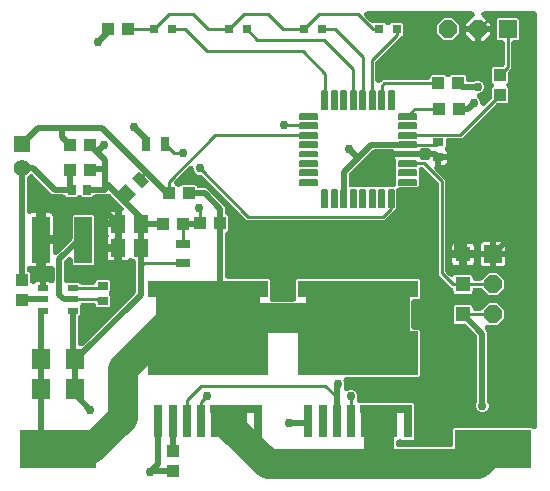
<source format=gbr>
G04 EAGLE Gerber RS-274X export*
G75*
%MOMM*%
%FSLAX34Y34*%
%LPD*%
%INTop Copper*%
%IPPOS*%
%AMOC8*
5,1,8,0,0,1.08239X$1,22.5*%
G01*
%ADD10R,6.451600X3.251200*%
%ADD11R,0.900000X0.700000*%
%ADD12R,1.600000X1.800000*%
%ADD13R,0.700000X0.900000*%
%ADD14R,1.300000X1.500000*%
%ADD15R,0.800000X1.200000*%
%ADD16R,1.524000X1.524000*%
%ADD17P,1.649562X8X202.500000*%
%ADD18R,1.422400X1.422400*%
%ADD19C,1.422400*%
%ADD20R,0.800000X0.800000*%
%ADD21R,1.000000X1.100000*%
%ADD22R,1.100000X1.000000*%
%ADD23R,1.300000X1.300000*%
%ADD24C,0.137500*%
%ADD25R,1.498600X3.987800*%
%ADD26R,0.896100X0.517200*%
%ADD27R,0.800000X2.800000*%
%ADD28R,0.127000X0.127000*%
%ADD29P,1.649562X8X292.500000*%
%ADD30R,1.200000X0.800000*%
%ADD31C,0.508000*%
%ADD32C,0.756400*%
%ADD33C,0.254000*%
%ADD34C,2.540000*%

G36*
X382813Y39628D02*
X382813Y39628D01*
X382847Y39626D01*
X383036Y39648D01*
X383227Y39665D01*
X383260Y39674D01*
X383294Y39678D01*
X383477Y39733D01*
X383661Y39783D01*
X383692Y39798D01*
X383725Y39808D01*
X383896Y39895D01*
X384068Y39977D01*
X384096Y39997D01*
X384127Y40012D01*
X384279Y40128D01*
X384434Y40239D01*
X384458Y40264D01*
X384485Y40284D01*
X384614Y40424D01*
X384748Y40561D01*
X384767Y40590D01*
X384791Y40616D01*
X384893Y40777D01*
X385000Y40934D01*
X385014Y40966D01*
X385032Y40995D01*
X385105Y41172D01*
X385182Y41346D01*
X385190Y41380D01*
X385203Y41412D01*
X385243Y41599D01*
X385289Y41784D01*
X385291Y41818D01*
X385298Y41852D01*
X385317Y42164D01*
X385317Y54988D01*
X386210Y55881D01*
X451990Y55881D01*
X452104Y55766D01*
X452204Y55682D01*
X452297Y55592D01*
X452377Y55538D01*
X452450Y55477D01*
X452563Y55412D01*
X452670Y55340D01*
X452758Y55301D01*
X452841Y55254D01*
X452963Y55210D01*
X453082Y55157D01*
X453175Y55135D01*
X453265Y55103D01*
X453393Y55082D01*
X453520Y55051D01*
X453615Y55045D01*
X453709Y55029D01*
X453839Y55031D01*
X453969Y55023D01*
X454064Y55034D01*
X454159Y55035D01*
X454287Y55060D01*
X454416Y55075D01*
X454508Y55103D01*
X454602Y55121D01*
X454723Y55168D01*
X454847Y55205D01*
X454932Y55249D01*
X455022Y55283D01*
X455133Y55351D01*
X455249Y55410D01*
X455325Y55467D01*
X455406Y55517D01*
X455504Y55603D01*
X455607Y55682D01*
X455672Y55752D01*
X455744Y55815D01*
X455824Y55917D01*
X455913Y56013D01*
X455964Y56094D01*
X456023Y56168D01*
X456084Y56283D01*
X456154Y56393D01*
X456191Y56481D01*
X456236Y56565D01*
X456276Y56689D01*
X456325Y56809D01*
X456345Y56903D01*
X456375Y56993D01*
X456393Y57122D01*
X456420Y57249D01*
X456428Y57379D01*
X456436Y57439D01*
X456435Y57484D01*
X456439Y57561D01*
X456439Y406300D01*
X456436Y406335D01*
X456438Y406369D01*
X456416Y406558D01*
X456399Y406749D01*
X456390Y406782D01*
X456386Y406816D01*
X456331Y406999D01*
X456281Y407183D01*
X456266Y407214D01*
X456256Y407247D01*
X456169Y407418D01*
X456087Y407590D01*
X456067Y407618D01*
X456052Y407649D01*
X455936Y407801D01*
X455825Y407956D01*
X455800Y407980D01*
X455780Y408007D01*
X455640Y408136D01*
X455503Y408270D01*
X455474Y408289D01*
X455448Y408313D01*
X455287Y408415D01*
X455130Y408522D01*
X455098Y408536D01*
X455069Y408554D01*
X454892Y408627D01*
X454718Y408704D01*
X454684Y408712D01*
X454652Y408725D01*
X454465Y408765D01*
X454280Y408811D01*
X454246Y408813D01*
X454212Y408820D01*
X453900Y408839D01*
X411760Y408839D01*
X411631Y408828D01*
X411501Y408826D01*
X411407Y408808D01*
X411312Y408799D01*
X411186Y408765D01*
X411059Y408740D01*
X410970Y408706D01*
X410878Y408681D01*
X410760Y408625D01*
X410639Y408578D01*
X410557Y408528D01*
X410471Y408487D01*
X410365Y408412D01*
X410254Y408344D01*
X410183Y408281D01*
X410105Y408225D01*
X410014Y408132D01*
X409917Y408046D01*
X409858Y407971D01*
X409791Y407903D01*
X409718Y407795D01*
X409637Y407693D01*
X409592Y407609D01*
X409539Y407530D01*
X409486Y407411D01*
X409425Y407296D01*
X409395Y407205D01*
X409356Y407118D01*
X409326Y406991D01*
X409285Y406868D01*
X409272Y406773D01*
X409250Y406680D01*
X409242Y406551D01*
X409224Y406422D01*
X409228Y406326D01*
X409222Y406231D01*
X409237Y406102D01*
X409242Y405972D01*
X409263Y405879D01*
X409274Y405784D01*
X409312Y405659D01*
X409340Y405532D01*
X409377Y405444D01*
X409404Y405353D01*
X409464Y405237D01*
X409514Y405117D01*
X409565Y405037D01*
X409609Y404951D01*
X409687Y404848D01*
X409758Y404739D01*
X409844Y404641D01*
X409881Y404593D01*
X409914Y404562D01*
X409965Y404504D01*
X416561Y397909D01*
X416561Y396239D01*
X406400Y396239D01*
X396239Y396239D01*
X396239Y397909D01*
X402835Y404504D01*
X402919Y404604D01*
X403009Y404697D01*
X403063Y404777D01*
X403124Y404850D01*
X403189Y404963D01*
X403261Y405070D01*
X403300Y405158D01*
X403347Y405241D01*
X403391Y405363D01*
X403444Y405482D01*
X403466Y405575D01*
X403498Y405665D01*
X403519Y405793D01*
X403550Y405920D01*
X403556Y406015D01*
X403572Y406109D01*
X403570Y406239D01*
X403578Y406369D01*
X403567Y406464D01*
X403566Y406560D01*
X403541Y406687D01*
X403526Y406816D01*
X403498Y406908D01*
X403480Y407002D01*
X403433Y407123D01*
X403396Y407247D01*
X403352Y407332D01*
X403318Y407422D01*
X403250Y407533D01*
X403191Y407649D01*
X403133Y407725D01*
X403084Y407806D01*
X402998Y407904D01*
X402919Y408007D01*
X402849Y408072D01*
X402786Y408144D01*
X402684Y408224D01*
X402588Y408313D01*
X402507Y408364D01*
X402433Y408423D01*
X402318Y408484D01*
X402208Y408554D01*
X402120Y408591D01*
X402036Y408636D01*
X401912Y408676D01*
X401792Y408725D01*
X401698Y408745D01*
X401607Y408775D01*
X401479Y408793D01*
X401351Y408820D01*
X401222Y408828D01*
X401161Y408836D01*
X401116Y408835D01*
X401040Y408839D01*
X312443Y408839D01*
X312314Y408828D01*
X312184Y408826D01*
X312090Y408808D01*
X311995Y408799D01*
X311869Y408765D01*
X311742Y408740D01*
X311653Y408706D01*
X311560Y408681D01*
X311443Y408625D01*
X311322Y408578D01*
X311240Y408528D01*
X311154Y408487D01*
X311048Y408412D01*
X310937Y408344D01*
X310865Y408281D01*
X310788Y408225D01*
X310697Y408132D01*
X310600Y408046D01*
X310540Y407971D01*
X310474Y407903D01*
X310401Y407795D01*
X310320Y407693D01*
X310275Y407609D01*
X310222Y407530D01*
X310169Y407411D01*
X310108Y407296D01*
X310078Y407205D01*
X310039Y407118D01*
X310009Y406991D01*
X309968Y406868D01*
X309955Y406773D01*
X309933Y406680D01*
X309925Y406551D01*
X309907Y406422D01*
X309911Y406326D01*
X309905Y406231D01*
X309920Y406102D01*
X309925Y405972D01*
X309946Y405879D01*
X309957Y405784D01*
X309995Y405659D01*
X310023Y405532D01*
X310060Y405444D01*
X310087Y405353D01*
X310147Y405237D01*
X310197Y405117D01*
X310248Y405037D01*
X310292Y404951D01*
X310370Y404848D01*
X310441Y404739D01*
X310527Y404641D01*
X310564Y404593D01*
X310597Y404562D01*
X310648Y404504D01*
X315203Y399950D01*
X315230Y399927D01*
X315254Y399900D01*
X315402Y399783D01*
X315548Y399661D01*
X315579Y399643D01*
X315607Y399621D01*
X315774Y399532D01*
X315939Y399438D01*
X315972Y399426D01*
X316004Y399409D01*
X316185Y399350D01*
X316363Y399287D01*
X316398Y399281D01*
X316432Y399270D01*
X316620Y399244D01*
X316807Y399213D01*
X316843Y399214D01*
X316878Y399209D01*
X317068Y399217D01*
X317258Y399219D01*
X317285Y399225D01*
X327332Y399225D01*
X328404Y398152D01*
X328431Y398130D01*
X328454Y398104D01*
X328603Y397986D01*
X328750Y397863D01*
X328780Y397846D01*
X328807Y397824D01*
X328975Y397734D01*
X329141Y397640D01*
X329173Y397628D01*
X329204Y397612D01*
X329385Y397553D01*
X329565Y397489D01*
X329599Y397483D01*
X329632Y397472D01*
X329821Y397446D01*
X330009Y397415D01*
X330044Y397416D01*
X330078Y397411D01*
X330269Y397419D01*
X330459Y397421D01*
X330494Y397428D01*
X330528Y397429D01*
X330714Y397471D01*
X330902Y397507D01*
X330934Y397519D01*
X330968Y397527D01*
X331144Y397601D01*
X331322Y397669D01*
X331351Y397687D01*
X331383Y397701D01*
X331544Y397804D01*
X331706Y397903D01*
X331732Y397926D01*
X331761Y397945D01*
X331996Y398152D01*
X333068Y399225D01*
X342332Y399225D01*
X343225Y398332D01*
X343225Y389068D01*
X342327Y388171D01*
X342216Y388161D01*
X342051Y388154D01*
X341992Y388141D01*
X341931Y388135D01*
X341772Y388092D01*
X341612Y388056D01*
X341555Y388033D01*
X341497Y388017D01*
X341348Y387946D01*
X341196Y387883D01*
X341145Y387850D01*
X341090Y387823D01*
X340956Y387728D01*
X340818Y387638D01*
X340760Y387587D01*
X340724Y387561D01*
X340681Y387518D01*
X340584Y387432D01*
X320338Y367186D01*
X320233Y367060D01*
X320121Y366939D01*
X320089Y366888D01*
X320050Y366841D01*
X319968Y366698D01*
X319880Y366559D01*
X319856Y366503D01*
X319826Y366450D01*
X319771Y366295D01*
X319709Y366143D01*
X319696Y366083D01*
X319675Y366026D01*
X319649Y365863D01*
X319614Y365702D01*
X319609Y365626D01*
X319602Y365581D01*
X319603Y365520D01*
X319595Y365391D01*
X319595Y350677D01*
X319606Y350548D01*
X319608Y350418D01*
X319626Y350324D01*
X319635Y350229D01*
X319669Y350103D01*
X319694Y349976D01*
X319728Y349887D01*
X319753Y349794D01*
X319809Y349677D01*
X319856Y349556D01*
X319906Y349474D01*
X319947Y349388D01*
X320022Y349282D01*
X320090Y349171D01*
X320153Y349099D01*
X320209Y349022D01*
X320302Y348931D01*
X320388Y348834D01*
X320463Y348774D01*
X320531Y348708D01*
X320639Y348635D01*
X320741Y348554D01*
X320825Y348509D01*
X320904Y348456D01*
X321023Y348403D01*
X321138Y348342D01*
X321229Y348312D01*
X321316Y348273D01*
X321443Y348243D01*
X321566Y348202D01*
X321661Y348189D01*
X321754Y348167D01*
X321883Y348159D01*
X322012Y348141D01*
X322108Y348145D01*
X322203Y348139D01*
X322332Y348154D01*
X322462Y348159D01*
X322555Y348180D01*
X322650Y348191D01*
X322775Y348229D01*
X322902Y348257D01*
X322990Y348294D01*
X323081Y348321D01*
X323197Y348381D01*
X323317Y348431D01*
X323397Y348482D01*
X323483Y348526D01*
X323586Y348604D01*
X323695Y348675D01*
X323793Y348761D01*
X323841Y348798D01*
X323872Y348831D01*
X323930Y348882D01*
X325842Y350795D01*
X363736Y350795D01*
X363771Y350798D01*
X363805Y350796D01*
X363994Y350818D01*
X364185Y350835D01*
X364218Y350844D01*
X364252Y350848D01*
X364435Y350903D01*
X364619Y350953D01*
X364650Y350968D01*
X364683Y350978D01*
X364854Y351065D01*
X365026Y351147D01*
X365054Y351167D01*
X365085Y351182D01*
X365237Y351298D01*
X365392Y351409D01*
X365416Y351434D01*
X365443Y351454D01*
X365572Y351594D01*
X365706Y351731D01*
X365725Y351760D01*
X365749Y351786D01*
X365851Y351947D01*
X365958Y352104D01*
X365972Y352136D01*
X365990Y352165D01*
X366063Y352342D01*
X366140Y352516D01*
X366148Y352550D01*
X366161Y352582D01*
X366201Y352769D01*
X366247Y352954D01*
X366249Y352988D01*
X366256Y353022D01*
X366275Y353334D01*
X366275Y354132D01*
X367168Y355025D01*
X378432Y355025D01*
X379504Y353952D01*
X379531Y353930D01*
X379554Y353904D01*
X379703Y353785D01*
X379850Y353663D01*
X379880Y353646D01*
X379907Y353624D01*
X380075Y353534D01*
X380241Y353440D01*
X380273Y353428D01*
X380304Y353412D01*
X380485Y353353D01*
X380665Y353289D01*
X380699Y353283D01*
X380732Y353272D01*
X380921Y353246D01*
X381109Y353215D01*
X381144Y353216D01*
X381178Y353211D01*
X381369Y353219D01*
X381560Y353221D01*
X381594Y353228D01*
X381628Y353229D01*
X381814Y353271D01*
X382002Y353307D01*
X382034Y353319D01*
X382068Y353327D01*
X382243Y353400D01*
X382422Y353469D01*
X382451Y353487D01*
X382483Y353501D01*
X382643Y353604D01*
X382806Y353703D01*
X382832Y353726D01*
X382861Y353745D01*
X383096Y353952D01*
X384168Y355025D01*
X395432Y355025D01*
X396325Y354132D01*
X396325Y351604D01*
X396328Y351569D01*
X396326Y351535D01*
X396348Y351346D01*
X396365Y351155D01*
X396374Y351122D01*
X396378Y351088D01*
X396433Y350905D01*
X396483Y350721D01*
X396498Y350690D01*
X396508Y350657D01*
X396595Y350486D01*
X396677Y350314D01*
X396697Y350286D01*
X396712Y350255D01*
X396828Y350103D01*
X396939Y349948D01*
X396964Y349924D01*
X396984Y349897D01*
X397124Y349768D01*
X397261Y349634D01*
X397290Y349615D01*
X397316Y349591D01*
X397477Y349489D01*
X397634Y349382D01*
X397666Y349368D01*
X397695Y349350D01*
X397872Y349277D01*
X398046Y349200D01*
X398080Y349192D01*
X398112Y349179D01*
X398299Y349139D01*
X398484Y349093D01*
X398518Y349091D01*
X398552Y349084D01*
X398864Y349065D01*
X401508Y349065D01*
X401672Y349079D01*
X401836Y349086D01*
X401896Y349099D01*
X401957Y349105D01*
X402115Y349148D01*
X402276Y349184D01*
X402332Y349207D01*
X402391Y349223D01*
X402539Y349294D01*
X402691Y349357D01*
X402743Y349390D01*
X402798Y349417D01*
X402801Y349419D01*
X404944Y350307D01*
X407056Y350307D01*
X409006Y349499D01*
X410499Y348006D01*
X411307Y346056D01*
X411307Y343944D01*
X410499Y341994D01*
X409006Y340501D01*
X406858Y339612D01*
X406785Y339573D01*
X406709Y339544D01*
X406586Y339469D01*
X406459Y339403D01*
X406394Y339353D01*
X406324Y339310D01*
X406217Y339215D01*
X406103Y339127D01*
X406048Y339066D01*
X405986Y339012D01*
X405898Y338899D01*
X405802Y338793D01*
X405758Y338723D01*
X405707Y338659D01*
X405639Y338532D01*
X405564Y338411D01*
X405533Y338334D01*
X405494Y338262D01*
X405450Y338126D01*
X405397Y337993D01*
X405381Y337912D01*
X405355Y337833D01*
X405336Y337692D01*
X405307Y337551D01*
X405305Y337469D01*
X405294Y337387D01*
X405300Y337244D01*
X405296Y337101D01*
X405309Y337020D01*
X405312Y336938D01*
X405343Y336798D01*
X405365Y336656D01*
X405392Y336578D01*
X405410Y336498D01*
X405465Y336366D01*
X405512Y336231D01*
X405552Y336159D01*
X405583Y336083D01*
X405661Y335962D01*
X405731Y335837D01*
X405783Y335774D01*
X405828Y335704D01*
X405991Y335519D01*
X406016Y335489D01*
X406024Y335482D01*
X406035Y335470D01*
X407499Y334006D01*
X408307Y332056D01*
X408307Y331389D01*
X408318Y331260D01*
X408320Y331130D01*
X408338Y331036D01*
X408347Y330941D01*
X408381Y330815D01*
X408406Y330688D01*
X408440Y330599D01*
X408465Y330506D01*
X408521Y330389D01*
X408568Y330268D01*
X408618Y330186D01*
X408659Y330100D01*
X408734Y329994D01*
X408802Y329883D01*
X408865Y329811D01*
X408921Y329734D01*
X409014Y329643D01*
X409100Y329546D01*
X409175Y329486D01*
X409243Y329420D01*
X409351Y329347D01*
X409453Y329266D01*
X409537Y329221D01*
X409616Y329168D01*
X409735Y329115D01*
X409850Y329054D01*
X409941Y329024D01*
X410028Y328985D01*
X410155Y328955D01*
X410278Y328914D01*
X410373Y328901D01*
X410466Y328879D01*
X410595Y328871D01*
X410724Y328853D01*
X410820Y328857D01*
X410915Y328851D01*
X411044Y328866D01*
X411174Y328871D01*
X411267Y328892D01*
X411362Y328903D01*
X411487Y328941D01*
X411614Y328969D01*
X411702Y329006D01*
X411793Y329033D01*
X411909Y329093D01*
X412029Y329143D01*
X412109Y329194D01*
X412195Y329238D01*
X412298Y329316D01*
X412407Y329387D01*
X412505Y329473D01*
X412553Y329510D01*
X412584Y329543D01*
X412642Y329594D01*
X417332Y334284D01*
X417437Y334410D01*
X417549Y334531D01*
X417581Y334582D01*
X417620Y334629D01*
X417702Y334772D01*
X417790Y334911D01*
X417814Y334967D01*
X417844Y335020D01*
X417899Y335175D01*
X417961Y335327D01*
X417974Y335387D01*
X417995Y335444D01*
X418021Y335607D01*
X418056Y335768D01*
X418061Y335844D01*
X418068Y335889D01*
X418067Y335950D01*
X418075Y336079D01*
X418075Y343732D01*
X419148Y344804D01*
X419170Y344831D01*
X419196Y344854D01*
X419315Y345003D01*
X419437Y345150D01*
X419454Y345180D01*
X419476Y345207D01*
X419566Y345375D01*
X419660Y345541D01*
X419672Y345573D01*
X419688Y345604D01*
X419747Y345785D01*
X419811Y345965D01*
X419817Y345999D01*
X419828Y346032D01*
X419854Y346221D01*
X419885Y346409D01*
X419884Y346444D01*
X419889Y346478D01*
X419881Y346669D01*
X419879Y346860D01*
X419872Y346894D01*
X419871Y346928D01*
X419829Y347114D01*
X419793Y347302D01*
X419781Y347334D01*
X419773Y347368D01*
X419700Y347543D01*
X419631Y347722D01*
X419613Y347751D01*
X419599Y347783D01*
X419496Y347943D01*
X419397Y348106D01*
X419374Y348132D01*
X419355Y348161D01*
X419148Y348396D01*
X418075Y349468D01*
X418075Y360732D01*
X418968Y361625D01*
X426466Y361625D01*
X426501Y361628D01*
X426535Y361626D01*
X426724Y361648D01*
X426915Y361665D01*
X426948Y361674D01*
X426982Y361678D01*
X427165Y361733D01*
X427349Y361783D01*
X427380Y361798D01*
X427413Y361808D01*
X427584Y361895D01*
X427756Y361977D01*
X427784Y361997D01*
X427815Y362012D01*
X427967Y362128D01*
X428122Y362239D01*
X428146Y362264D01*
X428173Y362284D01*
X428302Y362424D01*
X428436Y362561D01*
X428455Y362590D01*
X428479Y362616D01*
X428581Y362777D01*
X428688Y362934D01*
X428702Y362966D01*
X428720Y362995D01*
X428793Y363172D01*
X428870Y363346D01*
X428878Y363380D01*
X428891Y363412D01*
X428931Y363599D01*
X428977Y363784D01*
X428979Y363818D01*
X428986Y363852D01*
X429005Y364164D01*
X429005Y382016D01*
X429002Y382051D01*
X429004Y382085D01*
X428982Y382274D01*
X428965Y382465D01*
X428956Y382498D01*
X428952Y382532D01*
X428897Y382715D01*
X428847Y382899D01*
X428832Y382930D01*
X428822Y382963D01*
X428735Y383134D01*
X428653Y383306D01*
X428633Y383334D01*
X428618Y383365D01*
X428502Y383517D01*
X428391Y383672D01*
X428366Y383696D01*
X428346Y383723D01*
X428206Y383852D01*
X428069Y383986D01*
X428040Y384005D01*
X428014Y384029D01*
X427853Y384131D01*
X427696Y384238D01*
X427664Y384252D01*
X427635Y384270D01*
X427458Y384343D01*
X427284Y384420D01*
X427250Y384428D01*
X427218Y384441D01*
X427031Y384481D01*
X426846Y384527D01*
X426812Y384529D01*
X426778Y384536D01*
X426466Y384555D01*
X423548Y384555D01*
X422655Y385448D01*
X422655Y401952D01*
X423548Y402845D01*
X440052Y402845D01*
X440945Y401952D01*
X440945Y385448D01*
X440052Y384555D01*
X437134Y384555D01*
X437099Y384552D01*
X437065Y384554D01*
X436876Y384532D01*
X436685Y384515D01*
X436652Y384506D01*
X436618Y384502D01*
X436435Y384447D01*
X436251Y384397D01*
X436220Y384382D01*
X436187Y384372D01*
X436016Y384285D01*
X435844Y384203D01*
X435816Y384183D01*
X435785Y384168D01*
X435633Y384052D01*
X435478Y383941D01*
X435454Y383916D01*
X435427Y383896D01*
X435298Y383756D01*
X435164Y383619D01*
X435145Y383590D01*
X435121Y383564D01*
X435019Y383403D01*
X434912Y383246D01*
X434898Y383214D01*
X434880Y383185D01*
X434807Y383008D01*
X434730Y382834D01*
X434722Y382800D01*
X434709Y382768D01*
X434669Y382581D01*
X434623Y382396D01*
X434621Y382362D01*
X434614Y382328D01*
X434595Y382016D01*
X434595Y360642D01*
X432868Y358916D01*
X432763Y358790D01*
X432651Y358669D01*
X432619Y358618D01*
X432580Y358571D01*
X432498Y358428D01*
X432410Y358289D01*
X432386Y358233D01*
X432356Y358180D01*
X432301Y358025D01*
X432239Y357873D01*
X432226Y357813D01*
X432205Y357756D01*
X432179Y357593D01*
X432144Y357432D01*
X432139Y357356D01*
X432132Y357311D01*
X432133Y357250D01*
X432125Y357121D01*
X432125Y349468D01*
X431052Y348396D01*
X431030Y348369D01*
X431004Y348346D01*
X430886Y348197D01*
X430763Y348050D01*
X430746Y348020D01*
X430724Y347993D01*
X430634Y347825D01*
X430540Y347659D01*
X430528Y347627D01*
X430512Y347596D01*
X430453Y347415D01*
X430389Y347235D01*
X430383Y347201D01*
X430372Y347168D01*
X430346Y346979D01*
X430315Y346791D01*
X430316Y346756D01*
X430311Y346722D01*
X430319Y346531D01*
X430321Y346341D01*
X430328Y346306D01*
X430329Y346272D01*
X430371Y346086D01*
X430407Y345898D01*
X430419Y345866D01*
X430427Y345832D01*
X430501Y345656D01*
X430569Y345478D01*
X430587Y345449D01*
X430601Y345417D01*
X430704Y345256D01*
X430803Y345094D01*
X430826Y345068D01*
X430845Y345039D01*
X431052Y344804D01*
X432125Y343732D01*
X432125Y332468D01*
X431232Y331575D01*
X423579Y331575D01*
X423416Y331561D01*
X423251Y331554D01*
X423192Y331541D01*
X423131Y331535D01*
X422972Y331492D01*
X422812Y331456D01*
X422755Y331433D01*
X422697Y331417D01*
X422548Y331346D01*
X422396Y331283D01*
X422345Y331250D01*
X422290Y331223D01*
X422156Y331128D01*
X422018Y331038D01*
X421960Y330987D01*
X421924Y330961D01*
X421881Y330918D01*
X421784Y330832D01*
X392652Y301699D01*
X381464Y301699D01*
X381429Y301696D01*
X381395Y301698D01*
X381206Y301676D01*
X381015Y301659D01*
X380982Y301650D01*
X380948Y301646D01*
X380765Y301591D01*
X380581Y301541D01*
X380550Y301526D01*
X380517Y301516D01*
X380346Y301429D01*
X380174Y301347D01*
X380146Y301327D01*
X380115Y301312D01*
X379963Y301196D01*
X379808Y301085D01*
X379784Y301060D01*
X379757Y301040D01*
X379628Y300900D01*
X379494Y300763D01*
X379475Y300734D01*
X379451Y300708D01*
X379349Y300547D01*
X379242Y300390D01*
X379228Y300358D01*
X379210Y300329D01*
X379137Y300152D01*
X379060Y299978D01*
X379052Y299944D01*
X379039Y299912D01*
X378999Y299725D01*
X378953Y299540D01*
X378951Y299506D01*
X378944Y299472D01*
X378925Y299160D01*
X378925Y294041D01*
X378904Y294015D01*
X378781Y293869D01*
X378764Y293839D01*
X378743Y293811D01*
X378653Y293643D01*
X378558Y293478D01*
X378546Y293445D01*
X378530Y293414D01*
X378471Y293233D01*
X378407Y293053D01*
X378402Y293019D01*
X378391Y292986D01*
X378365Y292797D01*
X378334Y292609D01*
X378334Y292575D01*
X378329Y292540D01*
X378337Y292349D01*
X378340Y292159D01*
X378346Y292125D01*
X378348Y292090D01*
X378389Y291905D01*
X378425Y291717D01*
X378438Y291684D01*
X378445Y291651D01*
X378519Y291475D01*
X378588Y291297D01*
X378606Y291267D01*
X378619Y291235D01*
X378722Y291075D01*
X378822Y290912D01*
X378845Y290886D01*
X378863Y290857D01*
X379070Y290623D01*
X379433Y290260D01*
X379768Y289681D01*
X379941Y289035D01*
X379941Y287739D01*
X372900Y287739D01*
X372866Y287736D01*
X372831Y287738D01*
X372642Y287716D01*
X372452Y287699D01*
X372418Y287690D01*
X372384Y287686D01*
X372201Y287631D01*
X372017Y287581D01*
X371986Y287566D01*
X371953Y287556D01*
X371782Y287469D01*
X371611Y287388D01*
X371583Y287367D01*
X371552Y287352D01*
X371400Y287236D01*
X371245Y287125D01*
X371244Y287125D01*
X371220Y287100D01*
X371193Y287080D01*
X371193Y287079D01*
X371192Y287079D01*
X371063Y286939D01*
X370930Y286802D01*
X370911Y286774D01*
X370887Y286748D01*
X370785Y286587D01*
X370678Y286429D01*
X370664Y286398D01*
X370645Y286368D01*
X370573Y286192D01*
X370496Y286017D01*
X370488Y285984D01*
X370475Y285952D01*
X370434Y285765D01*
X370389Y285580D01*
X370387Y285546D01*
X370380Y285512D01*
X370361Y285200D01*
X370361Y278614D01*
X370346Y278601D01*
X370268Y278545D01*
X370177Y278452D01*
X370080Y278366D01*
X370021Y278291D01*
X369954Y278223D01*
X369881Y278115D01*
X369800Y278013D01*
X369755Y277929D01*
X369702Y277850D01*
X369649Y277731D01*
X369588Y277616D01*
X369558Y277525D01*
X369519Y277438D01*
X369489Y277311D01*
X369448Y277188D01*
X369435Y277093D01*
X369413Y277000D01*
X369405Y276871D01*
X369387Y276742D01*
X369391Y276646D01*
X369385Y276551D01*
X369400Y276422D01*
X369405Y276292D01*
X369426Y276199D01*
X369437Y276104D01*
X369475Y275979D01*
X369503Y275852D01*
X369540Y275764D01*
X369567Y275673D01*
X369626Y275557D01*
X369677Y275437D01*
X369729Y275356D01*
X369772Y275271D01*
X369850Y275168D01*
X369921Y275059D01*
X370007Y274961D01*
X370044Y274913D01*
X370077Y274882D01*
X370128Y274824D01*
X378795Y266158D01*
X378795Y189209D01*
X378809Y189046D01*
X378816Y188881D01*
X378829Y188822D01*
X378835Y188761D01*
X378878Y188602D01*
X378914Y188442D01*
X378937Y188385D01*
X378953Y188327D01*
X379024Y188178D01*
X379087Y188026D01*
X379120Y187975D01*
X379147Y187920D01*
X379242Y187786D01*
X379332Y187648D01*
X379383Y187590D01*
X379409Y187554D01*
X379452Y187511D01*
X379538Y187414D01*
X382052Y184900D01*
X382079Y184878D01*
X382102Y184852D01*
X382251Y184734D01*
X382398Y184611D01*
X382428Y184594D01*
X382455Y184572D01*
X382623Y184482D01*
X382789Y184388D01*
X382821Y184376D01*
X382852Y184360D01*
X383033Y184301D01*
X383213Y184237D01*
X383247Y184231D01*
X383280Y184220D01*
X383469Y184194D01*
X383657Y184163D01*
X383692Y184164D01*
X383726Y184159D01*
X383917Y184167D01*
X384108Y184169D01*
X384142Y184176D01*
X384176Y184177D01*
X384362Y184219D01*
X384550Y184255D01*
X384582Y184267D01*
X384616Y184275D01*
X384792Y184349D01*
X384970Y184417D01*
X384999Y184435D01*
X385031Y184449D01*
X385192Y184552D01*
X385354Y184651D01*
X385380Y184674D01*
X385409Y184693D01*
X385644Y184900D01*
X386568Y185825D01*
X400832Y185825D01*
X401725Y184932D01*
X401725Y183134D01*
X401728Y183099D01*
X401726Y183065D01*
X401748Y182876D01*
X401765Y182685D01*
X401774Y182652D01*
X401778Y182618D01*
X401833Y182435D01*
X401883Y182251D01*
X401898Y182220D01*
X401908Y182187D01*
X401995Y182016D01*
X402077Y181844D01*
X402097Y181816D01*
X402112Y181785D01*
X402228Y181633D01*
X402339Y181478D01*
X402364Y181454D01*
X402384Y181427D01*
X402524Y181298D01*
X402661Y181164D01*
X402690Y181145D01*
X402716Y181121D01*
X402877Y181019D01*
X403034Y180912D01*
X403066Y180898D01*
X403095Y180880D01*
X403272Y180807D01*
X403446Y180730D01*
X403480Y180722D01*
X403512Y180709D01*
X403699Y180669D01*
X403884Y180623D01*
X403918Y180621D01*
X403952Y180614D01*
X404264Y180595D01*
X407910Y180595D01*
X408074Y180609D01*
X408238Y180616D01*
X408298Y180629D01*
X408359Y180635D01*
X408518Y180678D01*
X408678Y180714D01*
X408734Y180737D01*
X408793Y180753D01*
X408942Y180824D01*
X409094Y180887D01*
X409145Y180920D01*
X409200Y180947D01*
X409333Y181042D01*
X409472Y181132D01*
X409530Y181183D01*
X409566Y181209D01*
X409608Y181252D01*
X409706Y181338D01*
X415312Y186945D01*
X422888Y186945D01*
X428245Y181588D01*
X428245Y174012D01*
X422888Y168655D01*
X415312Y168655D01*
X409706Y174262D01*
X409580Y174367D01*
X409459Y174479D01*
X409407Y174511D01*
X409361Y174550D01*
X409218Y174632D01*
X409079Y174720D01*
X409023Y174744D01*
X408970Y174774D01*
X408815Y174829D01*
X408662Y174891D01*
X408603Y174904D01*
X408545Y174925D01*
X408383Y174951D01*
X408222Y174986D01*
X408145Y174991D01*
X408101Y174998D01*
X408040Y174997D01*
X407910Y175005D01*
X404264Y175005D01*
X404229Y175002D01*
X404195Y175004D01*
X404006Y174982D01*
X403815Y174965D01*
X403782Y174956D01*
X403748Y174952D01*
X403565Y174897D01*
X403381Y174847D01*
X403350Y174832D01*
X403317Y174822D01*
X403146Y174735D01*
X402974Y174653D01*
X402946Y174633D01*
X402915Y174618D01*
X402763Y174502D01*
X402608Y174391D01*
X402584Y174366D01*
X402557Y174346D01*
X402428Y174206D01*
X402294Y174069D01*
X402275Y174040D01*
X402251Y174014D01*
X402149Y173853D01*
X402042Y173696D01*
X402028Y173664D01*
X402010Y173635D01*
X401937Y173458D01*
X401860Y173284D01*
X401852Y173250D01*
X401839Y173218D01*
X401799Y173031D01*
X401753Y172846D01*
X401751Y172812D01*
X401744Y172778D01*
X401725Y172466D01*
X401725Y170668D01*
X400832Y169775D01*
X386568Y169775D01*
X385675Y170668D01*
X385675Y172466D01*
X385672Y172501D01*
X385674Y172535D01*
X385652Y172724D01*
X385635Y172915D01*
X385626Y172948D01*
X385622Y172982D01*
X385567Y173165D01*
X385517Y173349D01*
X385502Y173380D01*
X385492Y173413D01*
X385405Y173584D01*
X385323Y173756D01*
X385303Y173784D01*
X385288Y173815D01*
X385172Y173967D01*
X385061Y174122D01*
X385036Y174146D01*
X385016Y174173D01*
X384876Y174302D01*
X384739Y174436D01*
X384710Y174455D01*
X384684Y174479D01*
X384523Y174581D01*
X384366Y174688D01*
X384355Y174692D01*
X373205Y185842D01*
X373205Y262791D01*
X373191Y262954D01*
X373184Y263119D01*
X373171Y263178D01*
X373165Y263239D01*
X373122Y263398D01*
X373086Y263558D01*
X373063Y263615D01*
X373047Y263673D01*
X372976Y263822D01*
X372913Y263974D01*
X372880Y264025D01*
X372853Y264080D01*
X372758Y264214D01*
X372668Y264352D01*
X372617Y264410D01*
X372591Y264446D01*
X372548Y264489D01*
X372462Y264586D01*
X360486Y276562D01*
X360360Y276667D01*
X360239Y276779D01*
X360188Y276811D01*
X360141Y276850D01*
X359998Y276932D01*
X359859Y277020D01*
X359803Y277044D01*
X359750Y277074D01*
X359595Y277129D01*
X359443Y277191D01*
X359383Y277204D01*
X359326Y277225D01*
X359163Y277251D01*
X359002Y277286D01*
X358926Y277291D01*
X358881Y277298D01*
X358820Y277297D01*
X358691Y277305D01*
X358664Y277305D01*
X358629Y277302D01*
X358595Y277304D01*
X358497Y277293D01*
X358431Y277292D01*
X358360Y277278D01*
X358215Y277265D01*
X358182Y277256D01*
X358148Y277252D01*
X358009Y277210D01*
X357989Y277206D01*
X357964Y277197D01*
X357781Y277147D01*
X357750Y277132D01*
X357717Y277122D01*
X357546Y277035D01*
X357374Y276953D01*
X357346Y276933D01*
X357315Y276918D01*
X357163Y276802D01*
X357008Y276691D01*
X356984Y276666D01*
X356957Y276646D01*
X356828Y276506D01*
X356694Y276369D01*
X356675Y276340D01*
X356651Y276314D01*
X356549Y276153D01*
X356442Y275996D01*
X356428Y275964D01*
X356410Y275935D01*
X356337Y275758D01*
X356260Y275584D01*
X356252Y275550D01*
X356239Y275518D01*
X356199Y275331D01*
X356153Y275146D01*
X356151Y275112D01*
X356144Y275078D01*
X356125Y274766D01*
X356125Y261121D01*
X354829Y259825D01*
X339614Y259825D01*
X339579Y259822D01*
X339545Y259824D01*
X339356Y259802D01*
X339165Y259785D01*
X339132Y259776D01*
X339098Y259772D01*
X338915Y259717D01*
X338731Y259667D01*
X338700Y259652D01*
X338667Y259642D01*
X338496Y259555D01*
X338324Y259473D01*
X338296Y259453D01*
X338265Y259438D01*
X338113Y259322D01*
X337958Y259211D01*
X337934Y259186D01*
X337907Y259166D01*
X337778Y259026D01*
X337644Y258889D01*
X337625Y258860D01*
X337601Y258834D01*
X337499Y258673D01*
X337392Y258516D01*
X337378Y258484D01*
X337360Y258455D01*
X337287Y258278D01*
X337210Y258104D01*
X337202Y258070D01*
X337189Y258038D01*
X337149Y257851D01*
X337103Y257666D01*
X337101Y257632D01*
X337094Y257598D01*
X337075Y257286D01*
X337075Y242071D01*
X335286Y240282D01*
X335218Y240238D01*
X335160Y240187D01*
X335124Y240161D01*
X335081Y240118D01*
X334984Y240032D01*
X327158Y232205D01*
X210842Y232205D01*
X173098Y269950D01*
X172972Y270055D01*
X172851Y270167D01*
X172800Y270199D01*
X172753Y270238D01*
X172610Y270320D01*
X172471Y270408D01*
X172415Y270432D01*
X172362Y270462D01*
X172207Y270517D01*
X172055Y270579D01*
X171995Y270592D01*
X171938Y270613D01*
X171775Y270639D01*
X171614Y270674D01*
X171538Y270679D01*
X171493Y270686D01*
X171432Y270685D01*
X171303Y270693D01*
X169944Y270693D01*
X167994Y271501D01*
X166501Y272994D01*
X165693Y274944D01*
X165693Y275611D01*
X165682Y275740D01*
X165680Y275870D01*
X165662Y275964D01*
X165653Y276059D01*
X165619Y276185D01*
X165594Y276312D01*
X165560Y276401D01*
X165535Y276494D01*
X165479Y276611D01*
X165432Y276732D01*
X165382Y276814D01*
X165341Y276900D01*
X165266Y277006D01*
X165198Y277117D01*
X165135Y277189D01*
X165079Y277266D01*
X164986Y277357D01*
X164900Y277454D01*
X164825Y277513D01*
X164757Y277580D01*
X164649Y277653D01*
X164547Y277734D01*
X164463Y277779D01*
X164384Y277832D01*
X164265Y277885D01*
X164150Y277946D01*
X164059Y277976D01*
X163972Y278015D01*
X163845Y278045D01*
X163722Y278086D01*
X163627Y278099D01*
X163534Y278121D01*
X163405Y278129D01*
X163276Y278147D01*
X163180Y278143D01*
X163085Y278149D01*
X162956Y278134D01*
X162826Y278129D01*
X162733Y278108D01*
X162638Y278097D01*
X162513Y278059D01*
X162386Y278031D01*
X162298Y277994D01*
X162207Y277967D01*
X162091Y277908D01*
X161971Y277857D01*
X161890Y277805D01*
X161805Y277762D01*
X161702Y277684D01*
X161593Y277613D01*
X161495Y277527D01*
X161447Y277490D01*
X161416Y277457D01*
X161358Y277406D01*
X149800Y265848D01*
X149778Y265821D01*
X149752Y265798D01*
X149633Y265649D01*
X149511Y265502D01*
X149494Y265472D01*
X149472Y265445D01*
X149382Y265276D01*
X149288Y265111D01*
X149276Y265079D01*
X149260Y265048D01*
X149201Y264866D01*
X149137Y264687D01*
X149131Y264653D01*
X149120Y264620D01*
X149095Y264432D01*
X149063Y264243D01*
X149064Y264208D01*
X149059Y264174D01*
X149067Y263984D01*
X149069Y263792D01*
X149076Y263758D01*
X149077Y263724D01*
X149119Y263538D01*
X149155Y263350D01*
X149167Y263318D01*
X149175Y263284D01*
X149249Y263108D01*
X149317Y262930D01*
X149335Y262901D01*
X149349Y262869D01*
X149452Y262709D01*
X149551Y262546D01*
X149574Y262520D01*
X149593Y262491D01*
X149800Y262256D01*
X151104Y260952D01*
X151131Y260930D01*
X151154Y260904D01*
X151303Y260786D01*
X151450Y260663D01*
X151480Y260646D01*
X151507Y260624D01*
X151675Y260534D01*
X151841Y260440D01*
X151873Y260428D01*
X151904Y260412D01*
X152085Y260353D01*
X152265Y260289D01*
X152299Y260283D01*
X152332Y260272D01*
X152521Y260246D01*
X152709Y260215D01*
X152744Y260216D01*
X152778Y260211D01*
X152969Y260219D01*
X153159Y260221D01*
X153194Y260228D01*
X153228Y260229D01*
X153414Y260271D01*
X153602Y260307D01*
X153634Y260319D01*
X153668Y260327D01*
X153844Y260401D01*
X154022Y260469D01*
X154051Y260487D01*
X154083Y260501D01*
X154244Y260604D01*
X154406Y260703D01*
X154432Y260726D01*
X154461Y260745D01*
X154696Y260952D01*
X155768Y262025D01*
X167032Y262025D01*
X167982Y261075D01*
X168033Y260905D01*
X168083Y260721D01*
X168098Y260690D01*
X168108Y260657D01*
X168195Y260486D01*
X168277Y260314D01*
X168297Y260286D01*
X168312Y260255D01*
X168428Y260103D01*
X168539Y259948D01*
X168564Y259924D01*
X168584Y259897D01*
X168724Y259768D01*
X168861Y259634D01*
X168890Y259615D01*
X168916Y259591D01*
X169077Y259489D01*
X169234Y259382D01*
X169266Y259368D01*
X169295Y259350D01*
X169472Y259277D01*
X169646Y259200D01*
X169680Y259192D01*
X169712Y259179D01*
X169899Y259139D01*
X170084Y259093D01*
X170118Y259091D01*
X170152Y259084D01*
X170464Y259065D01*
X175809Y259065D01*
X177302Y258446D01*
X191546Y244202D01*
X192165Y242709D01*
X192165Y238864D01*
X192168Y238829D01*
X192166Y238795D01*
X192188Y238606D01*
X192205Y238415D01*
X192214Y238382D01*
X192218Y238348D01*
X192273Y238165D01*
X192323Y237981D01*
X192338Y237950D01*
X192348Y237917D01*
X192435Y237746D01*
X192517Y237574D01*
X192537Y237546D01*
X192552Y237515D01*
X192668Y237363D01*
X192779Y237208D01*
X192804Y237184D01*
X192824Y237157D01*
X192964Y237028D01*
X193101Y236894D01*
X193130Y236875D01*
X193156Y236851D01*
X193291Y236765D01*
X194625Y235432D01*
X194625Y223168D01*
X193308Y221851D01*
X193203Y221772D01*
X193048Y221661D01*
X193024Y221636D01*
X192997Y221616D01*
X192868Y221476D01*
X192734Y221339D01*
X192715Y221310D01*
X192691Y221284D01*
X192589Y221123D01*
X192482Y220966D01*
X192468Y220934D01*
X192450Y220905D01*
X192377Y220728D01*
X192300Y220554D01*
X192292Y220520D01*
X192279Y220488D01*
X192239Y220301D01*
X192193Y220116D01*
X192191Y220082D01*
X192184Y220048D01*
X192165Y219736D01*
X192165Y184991D01*
X192168Y184956D01*
X192166Y184922D01*
X192188Y184733D01*
X192205Y184542D01*
X192214Y184509D01*
X192218Y184475D01*
X192273Y184292D01*
X192323Y184108D01*
X192338Y184077D01*
X192348Y184044D01*
X192435Y183873D01*
X192517Y183701D01*
X192537Y183673D01*
X192552Y183642D01*
X192668Y183490D01*
X192779Y183335D01*
X192804Y183311D01*
X192824Y183284D01*
X192964Y183155D01*
X193101Y183021D01*
X193130Y183002D01*
X193156Y182978D01*
X193317Y182876D01*
X193474Y182769D01*
X193506Y182755D01*
X193535Y182737D01*
X193712Y182664D01*
X193886Y182587D01*
X193920Y182579D01*
X193952Y182566D01*
X194139Y182526D01*
X194324Y182480D01*
X194358Y182478D01*
X194392Y182471D01*
X194704Y182452D01*
X228291Y182452D01*
X228294Y182452D01*
X228299Y182452D01*
X228982Y182454D01*
X229463Y181973D01*
X229465Y181971D01*
X229469Y181967D01*
X229952Y181487D01*
X229952Y180809D01*
X229952Y180806D01*
X229952Y180801D01*
X229992Y168533D01*
X229998Y168472D01*
X229998Y166809D01*
X229998Y166805D01*
X229998Y166800D01*
X230002Y165600D01*
X230004Y165569D01*
X230003Y165539D01*
X230025Y165345D01*
X230043Y165151D01*
X230051Y165122D01*
X230055Y165092D01*
X230111Y164904D01*
X230163Y164717D01*
X230176Y164690D01*
X230185Y164661D01*
X230273Y164487D01*
X230358Y164311D01*
X230376Y164287D01*
X230389Y164259D01*
X230507Y164105D01*
X230621Y163946D01*
X230643Y163925D01*
X230661Y163901D01*
X230804Y163769D01*
X230945Y163633D01*
X230970Y163616D01*
X230992Y163595D01*
X231157Y163491D01*
X231319Y163382D01*
X231347Y163370D01*
X231372Y163354D01*
X231552Y163280D01*
X231731Y163201D01*
X231761Y163194D01*
X231789Y163183D01*
X231979Y163142D01*
X232169Y163096D01*
X232199Y163094D01*
X232229Y163088D01*
X232541Y163069D01*
X250109Y163069D01*
X250144Y163072D01*
X250178Y163070D01*
X250367Y163092D01*
X250558Y163109D01*
X250591Y163118D01*
X250625Y163122D01*
X250808Y163177D01*
X250992Y163227D01*
X251023Y163242D01*
X251056Y163252D01*
X251227Y163339D01*
X251399Y163421D01*
X251427Y163441D01*
X251458Y163456D01*
X251610Y163572D01*
X251765Y163683D01*
X251789Y163708D01*
X251816Y163728D01*
X251945Y163868D01*
X252079Y164005D01*
X252098Y164034D01*
X252122Y164060D01*
X252224Y164221D01*
X252331Y164378D01*
X252345Y164410D01*
X252363Y164439D01*
X252436Y164616D01*
X252513Y164790D01*
X252521Y164824D01*
X252534Y164856D01*
X252574Y165043D01*
X252620Y165228D01*
X252622Y165262D01*
X252629Y165296D01*
X252648Y165608D01*
X252648Y181484D01*
X253616Y182452D01*
X355291Y182452D01*
X355294Y182452D01*
X355299Y182452D01*
X355982Y182454D01*
X356463Y181973D01*
X356465Y181971D01*
X356469Y181967D01*
X356952Y181487D01*
X356952Y180809D01*
X356952Y180806D01*
X356952Y180801D01*
X356992Y168533D01*
X356998Y168472D01*
X356998Y166809D01*
X356998Y166805D01*
X356998Y166800D01*
X357000Y166118D01*
X356519Y165637D01*
X356517Y165634D01*
X356513Y165631D01*
X356033Y165148D01*
X355355Y165148D01*
X355352Y165148D01*
X355347Y165148D01*
X353706Y165143D01*
X353618Y165148D01*
X352491Y165148D01*
X352456Y165145D01*
X352422Y165147D01*
X352233Y165125D01*
X352042Y165108D01*
X352009Y165099D01*
X351975Y165095D01*
X351792Y165040D01*
X351608Y164990D01*
X351577Y164975D01*
X351544Y164965D01*
X351373Y164878D01*
X351201Y164796D01*
X351173Y164776D01*
X351142Y164761D01*
X350990Y164645D01*
X350835Y164534D01*
X350811Y164509D01*
X350784Y164489D01*
X350655Y164349D01*
X350521Y164212D01*
X350502Y164183D01*
X350478Y164157D01*
X350376Y163996D01*
X350269Y163839D01*
X350255Y163807D01*
X350237Y163778D01*
X350164Y163601D01*
X350087Y163427D01*
X350079Y163393D01*
X350066Y163361D01*
X350026Y163174D01*
X349980Y162989D01*
X349978Y162955D01*
X349971Y162921D01*
X349952Y162609D01*
X349952Y141991D01*
X349955Y141956D01*
X349953Y141922D01*
X349975Y141733D01*
X349992Y141542D01*
X350001Y141509D01*
X350005Y141475D01*
X350060Y141292D01*
X350110Y141108D01*
X350125Y141077D01*
X350135Y141044D01*
X350222Y140873D01*
X350304Y140701D01*
X350324Y140673D01*
X350339Y140642D01*
X350455Y140490D01*
X350566Y140335D01*
X350591Y140311D01*
X350611Y140284D01*
X350751Y140155D01*
X350888Y140021D01*
X350917Y140002D01*
X350943Y139978D01*
X351104Y139876D01*
X351261Y139769D01*
X351293Y139755D01*
X351322Y139737D01*
X351499Y139664D01*
X351673Y139587D01*
X351707Y139579D01*
X351739Y139566D01*
X351926Y139526D01*
X352111Y139480D01*
X352145Y139478D01*
X352179Y139471D01*
X352491Y139452D01*
X355984Y139452D01*
X356952Y138484D01*
X356952Y100116D01*
X355984Y99148D01*
X294998Y99148D01*
X294915Y99141D01*
X294833Y99143D01*
X294692Y99121D01*
X294549Y99108D01*
X294469Y99087D01*
X294388Y99074D01*
X294253Y99028D01*
X294115Y98990D01*
X294040Y98954D01*
X293962Y98928D01*
X293837Y98858D01*
X293708Y98796D01*
X293641Y98749D01*
X293569Y98708D01*
X293458Y98618D01*
X293342Y98534D01*
X293285Y98475D01*
X293221Y98423D01*
X293128Y98314D01*
X293028Y98212D01*
X292982Y98143D01*
X292928Y98081D01*
X292856Y97957D01*
X292776Y97839D01*
X292743Y97763D01*
X292701Y97692D01*
X292651Y97558D01*
X292594Y97427D01*
X292574Y97347D01*
X292546Y97269D01*
X292521Y97128D01*
X292487Y96989D01*
X292482Y96907D01*
X292468Y96826D01*
X292468Y96683D01*
X292459Y96540D01*
X292469Y96458D01*
X292469Y96376D01*
X292495Y96235D01*
X292511Y96093D01*
X292535Y96014D01*
X292550Y95933D01*
X292630Y95699D01*
X292642Y95662D01*
X292646Y95652D01*
X292652Y95637D01*
X293307Y94056D01*
X293307Y91944D01*
X292873Y90898D01*
X292834Y90774D01*
X292786Y90653D01*
X292767Y90560D01*
X292739Y90469D01*
X292722Y90339D01*
X292696Y90212D01*
X292694Y90117D01*
X292682Y90022D01*
X292688Y89892D01*
X292685Y89762D01*
X292700Y89668D01*
X292705Y89572D01*
X292734Y89446D01*
X292754Y89317D01*
X292785Y89227D01*
X292807Y89134D01*
X292858Y89014D01*
X292901Y88891D01*
X292947Y88808D01*
X292985Y88720D01*
X293057Y88611D01*
X293120Y88498D01*
X293180Y88424D01*
X293233Y88344D01*
X293323Y88250D01*
X293405Y88150D01*
X293478Y88088D01*
X293544Y88018D01*
X293649Y87942D01*
X293748Y87857D01*
X293830Y87809D01*
X293907Y87752D01*
X294024Y87695D01*
X294136Y87630D01*
X294226Y87597D01*
X294312Y87555D01*
X294437Y87519D01*
X294559Y87475D01*
X294653Y87458D01*
X294745Y87432D01*
X294874Y87419D01*
X295002Y87396D01*
X295098Y87397D01*
X295193Y87387D01*
X295323Y87397D01*
X295453Y87398D01*
X295547Y87415D01*
X295642Y87423D01*
X295767Y87455D01*
X295896Y87479D01*
X296018Y87521D01*
X296077Y87537D01*
X296118Y87555D01*
X296191Y87580D01*
X297944Y88307D01*
X300056Y88307D01*
X302006Y87499D01*
X303499Y86006D01*
X304307Y84056D01*
X304307Y81944D01*
X303900Y80963D01*
X303875Y80884D01*
X303842Y80809D01*
X303808Y80670D01*
X303765Y80533D01*
X303755Y80451D01*
X303735Y80371D01*
X303727Y80229D01*
X303709Y80086D01*
X303713Y80004D01*
X303708Y79922D01*
X303724Y79780D01*
X303732Y79637D01*
X303750Y79557D01*
X303760Y79475D01*
X303801Y79337D01*
X303834Y79198D01*
X303866Y79123D01*
X303890Y79044D01*
X303955Y78916D01*
X304012Y78785D01*
X304057Y78716D01*
X304094Y78642D01*
X304181Y78528D01*
X304260Y78409D01*
X304317Y78349D01*
X304366Y78284D01*
X304472Y78187D01*
X304571Y78083D01*
X304637Y78034D01*
X304698Y77978D01*
X304819Y77901D01*
X304934Y77817D01*
X305008Y77781D01*
X305077Y77737D01*
X305210Y77682D01*
X305338Y77619D01*
X305418Y77597D01*
X305494Y77566D01*
X305634Y77536D01*
X305772Y77496D01*
X305854Y77488D01*
X305934Y77471D01*
X306180Y77456D01*
X306220Y77452D01*
X306230Y77453D01*
X306246Y77452D01*
X351484Y77452D01*
X352452Y76484D01*
X352452Y67555D01*
X352439Y67523D01*
X352426Y67463D01*
X352405Y67406D01*
X352379Y67244D01*
X352344Y67083D01*
X352339Y67006D01*
X352332Y66962D01*
X352333Y66901D01*
X352325Y66771D01*
X352325Y47168D01*
X351432Y46275D01*
X342008Y46275D01*
X341859Y46360D01*
X341826Y46372D01*
X341796Y46388D01*
X341615Y46447D01*
X341435Y46511D01*
X341401Y46517D01*
X341368Y46528D01*
X341179Y46554D01*
X340991Y46585D01*
X340956Y46584D01*
X340922Y46589D01*
X340732Y46581D01*
X340540Y46579D01*
X340506Y46572D01*
X340472Y46571D01*
X340286Y46529D01*
X340098Y46493D01*
X340066Y46481D01*
X340032Y46473D01*
X339857Y46400D01*
X339678Y46331D01*
X339649Y46313D01*
X339617Y46299D01*
X339579Y46275D01*
X339564Y46275D01*
X339529Y46272D01*
X339495Y46274D01*
X339306Y46252D01*
X339115Y46235D01*
X339082Y46226D01*
X339048Y46222D01*
X338865Y46167D01*
X338681Y46117D01*
X338650Y46102D01*
X338617Y46092D01*
X338446Y46005D01*
X338274Y45923D01*
X338246Y45903D01*
X338215Y45888D01*
X338063Y45772D01*
X337908Y45661D01*
X337884Y45636D01*
X337857Y45616D01*
X337728Y45476D01*
X337594Y45339D01*
X337575Y45310D01*
X337551Y45284D01*
X337449Y45123D01*
X337342Y44966D01*
X337328Y44934D01*
X337310Y44905D01*
X337237Y44728D01*
X337160Y44554D01*
X337152Y44520D01*
X337139Y44488D01*
X337099Y44301D01*
X337053Y44116D01*
X337051Y44082D01*
X337044Y44048D01*
X337025Y43736D01*
X337025Y42164D01*
X337028Y42129D01*
X337026Y42095D01*
X337048Y41906D01*
X337065Y41715D01*
X337074Y41682D01*
X337078Y41648D01*
X337133Y41465D01*
X337183Y41281D01*
X337198Y41250D01*
X337208Y41217D01*
X337295Y41046D01*
X337377Y40874D01*
X337397Y40846D01*
X337412Y40815D01*
X337528Y40663D01*
X337639Y40508D01*
X337664Y40484D01*
X337684Y40457D01*
X337824Y40328D01*
X337961Y40194D01*
X337990Y40175D01*
X338016Y40151D01*
X338177Y40049D01*
X338334Y39942D01*
X338366Y39928D01*
X338395Y39910D01*
X338572Y39837D01*
X338746Y39760D01*
X338780Y39752D01*
X338812Y39739D01*
X338999Y39699D01*
X339184Y39653D01*
X339218Y39651D01*
X339252Y39644D01*
X339564Y39625D01*
X382778Y39625D01*
X382813Y39628D01*
G37*
G36*
X228302Y100675D02*
X228302Y100675D01*
X228304Y100674D01*
X228347Y100694D01*
X228391Y100712D01*
X228391Y100714D01*
X228393Y100715D01*
X228426Y100800D01*
X228426Y137800D01*
X228425Y137802D01*
X228426Y137804D01*
X228406Y137847D01*
X228388Y137891D01*
X228386Y137891D01*
X228385Y137893D01*
X228300Y137926D01*
X221426Y137926D01*
X221426Y166674D01*
X228346Y166674D01*
X228348Y166675D01*
X228350Y166674D01*
X228393Y166694D01*
X228437Y166712D01*
X228438Y166714D01*
X228440Y166715D01*
X228472Y166800D01*
X228426Y180800D01*
X228425Y180802D01*
X228426Y180804D01*
X228406Y180848D01*
X228388Y180891D01*
X228386Y180892D01*
X228385Y180893D01*
X228300Y180926D01*
X127300Y180926D01*
X127298Y180925D01*
X127296Y180926D01*
X127253Y180906D01*
X127209Y180888D01*
X127209Y180886D01*
X127207Y180885D01*
X127174Y180800D01*
X127174Y166800D01*
X127175Y166798D01*
X127174Y166796D01*
X127194Y166753D01*
X127212Y166709D01*
X127214Y166709D01*
X127215Y166707D01*
X127300Y166674D01*
X134174Y166674D01*
X134174Y137926D01*
X127300Y137926D01*
X127298Y137925D01*
X127296Y137926D01*
X127253Y137906D01*
X127209Y137888D01*
X127209Y137886D01*
X127207Y137885D01*
X127174Y137800D01*
X127174Y100800D01*
X127175Y100798D01*
X127174Y100796D01*
X127194Y100753D01*
X127212Y100709D01*
X127214Y100709D01*
X127215Y100707D01*
X127300Y100674D01*
X228300Y100674D01*
X228302Y100675D01*
G37*
G36*
X355302Y100675D02*
X355302Y100675D01*
X355304Y100674D01*
X355347Y100694D01*
X355391Y100712D01*
X355391Y100714D01*
X355393Y100715D01*
X355426Y100800D01*
X355426Y137800D01*
X355425Y137802D01*
X355426Y137804D01*
X355406Y137847D01*
X355388Y137891D01*
X355386Y137891D01*
X355385Y137893D01*
X355300Y137926D01*
X348426Y137926D01*
X348426Y166674D01*
X355346Y166674D01*
X355348Y166675D01*
X355350Y166674D01*
X355393Y166694D01*
X355437Y166712D01*
X355438Y166714D01*
X355440Y166715D01*
X355472Y166800D01*
X355426Y180800D01*
X355425Y180802D01*
X355426Y180804D01*
X355406Y180848D01*
X355388Y180891D01*
X355386Y180892D01*
X355385Y180893D01*
X355300Y180926D01*
X254300Y180926D01*
X254298Y180925D01*
X254296Y180926D01*
X254253Y180906D01*
X254209Y180888D01*
X254209Y180886D01*
X254207Y180885D01*
X254174Y180800D01*
X254174Y166800D01*
X254175Y166798D01*
X254174Y166796D01*
X254194Y166753D01*
X254212Y166709D01*
X254214Y166709D01*
X254215Y166707D01*
X254300Y166674D01*
X261174Y166674D01*
X261174Y137926D01*
X254300Y137926D01*
X254298Y137925D01*
X254296Y137926D01*
X254253Y137906D01*
X254209Y137888D01*
X254209Y137886D01*
X254207Y137885D01*
X254174Y137800D01*
X254174Y100800D01*
X254175Y100798D01*
X254174Y100796D01*
X254194Y100753D01*
X254212Y100709D01*
X254214Y100709D01*
X254215Y100707D01*
X254300Y100674D01*
X355300Y100674D01*
X355302Y100675D01*
G37*
G36*
X70592Y125210D02*
X70592Y125210D01*
X70722Y125215D01*
X70815Y125236D01*
X70910Y125247D01*
X71034Y125284D01*
X71161Y125312D01*
X71249Y125349D01*
X71341Y125377D01*
X71457Y125436D01*
X71577Y125486D01*
X71657Y125538D01*
X71742Y125581D01*
X71846Y125660D01*
X71955Y125730D01*
X72052Y125817D01*
X72101Y125853D01*
X72131Y125886D01*
X72189Y125937D01*
X115992Y169740D01*
X116097Y169866D01*
X116209Y169987D01*
X116241Y170038D01*
X116280Y170085D01*
X116362Y170228D01*
X116450Y170367D01*
X116474Y170423D01*
X116504Y170476D01*
X116559Y170631D01*
X116621Y170783D01*
X116634Y170843D01*
X116655Y170901D01*
X116681Y171063D01*
X116716Y171224D01*
X116721Y171300D01*
X116728Y171345D01*
X116727Y171406D01*
X116735Y171535D01*
X116735Y196736D01*
X116732Y196771D01*
X116734Y196805D01*
X116712Y196994D01*
X116695Y197185D01*
X116686Y197218D01*
X116682Y197252D01*
X116627Y197435D01*
X116577Y197619D01*
X116562Y197650D01*
X116552Y197683D01*
X116465Y197854D01*
X116383Y198026D01*
X116363Y198054D01*
X116348Y198085D01*
X116232Y198237D01*
X116121Y198392D01*
X116096Y198416D01*
X116076Y198443D01*
X115936Y198572D01*
X115799Y198706D01*
X115770Y198725D01*
X115744Y198749D01*
X115583Y198851D01*
X115426Y198958D01*
X115394Y198972D01*
X115365Y198990D01*
X115188Y199063D01*
X115014Y199140D01*
X114980Y199148D01*
X114948Y199161D01*
X114761Y199201D01*
X114576Y199247D01*
X114542Y199249D01*
X114508Y199256D01*
X114196Y199275D01*
X113641Y199275D01*
X113615Y199296D01*
X113469Y199419D01*
X113438Y199436D01*
X113411Y199457D01*
X113243Y199547D01*
X113078Y199642D01*
X113045Y199654D01*
X113014Y199670D01*
X112833Y199729D01*
X112653Y199793D01*
X112619Y199798D01*
X112586Y199809D01*
X112397Y199835D01*
X112209Y199866D01*
X112174Y199866D01*
X112140Y199871D01*
X111950Y199863D01*
X111759Y199860D01*
X111725Y199854D01*
X111690Y199852D01*
X111505Y199811D01*
X111317Y199775D01*
X111285Y199762D01*
X111251Y199755D01*
X111075Y199681D01*
X110897Y199612D01*
X110867Y199594D01*
X110835Y199581D01*
X110675Y199478D01*
X110512Y199378D01*
X110486Y199356D01*
X110457Y199337D01*
X110223Y199130D01*
X109860Y198767D01*
X109281Y198432D01*
X108635Y198259D01*
X105049Y198259D01*
X105049Y207590D01*
X105046Y207624D01*
X105048Y207659D01*
X105026Y207848D01*
X105009Y208038D01*
X105000Y208072D01*
X104996Y208106D01*
X104942Y208287D01*
X104975Y208445D01*
X105021Y208630D01*
X105023Y208664D01*
X105030Y208698D01*
X105049Y209010D01*
X105049Y220193D01*
X105075Y220315D01*
X105121Y220500D01*
X105123Y220534D01*
X105130Y220568D01*
X105149Y220880D01*
X105149Y228490D01*
X105146Y228524D01*
X105148Y228559D01*
X105126Y228748D01*
X105109Y228938D01*
X105100Y228972D01*
X105096Y229006D01*
X105042Y229187D01*
X105075Y229345D01*
X105121Y229530D01*
X105123Y229564D01*
X105130Y229598D01*
X105149Y229910D01*
X105149Y239583D01*
X105170Y239593D01*
X105276Y239668D01*
X105387Y239736D01*
X105459Y239799D01*
X105536Y239855D01*
X105627Y239948D01*
X105724Y240034D01*
X105784Y240109D01*
X105850Y240177D01*
X105923Y240285D01*
X106004Y240387D01*
X106049Y240471D01*
X106102Y240550D01*
X106155Y240669D01*
X106216Y240784D01*
X106246Y240875D01*
X106285Y240962D01*
X106315Y241089D01*
X106356Y241212D01*
X106369Y241307D01*
X106391Y241400D01*
X106399Y241529D01*
X106417Y241658D01*
X106413Y241754D01*
X106419Y241849D01*
X106404Y241978D01*
X106399Y242108D01*
X106378Y242201D01*
X106367Y242296D01*
X106329Y242421D01*
X106301Y242548D01*
X106264Y242636D01*
X106237Y242727D01*
X106177Y242843D01*
X106127Y242963D01*
X106076Y243043D01*
X106032Y243129D01*
X105954Y243232D01*
X105883Y243341D01*
X105797Y243439D01*
X105760Y243487D01*
X105727Y243518D01*
X105676Y243576D01*
X103055Y246197D01*
X95559Y253692D01*
X95397Y253828D01*
X95236Y253966D01*
X95224Y253973D01*
X95214Y253981D01*
X95029Y254087D01*
X94847Y254193D01*
X94835Y254198D01*
X94823Y254205D01*
X94623Y254275D01*
X94424Y254349D01*
X94411Y254351D01*
X94399Y254355D01*
X94190Y254390D01*
X93981Y254427D01*
X93968Y254427D01*
X93955Y254429D01*
X93742Y254426D01*
X93531Y254425D01*
X93518Y254423D01*
X93504Y254423D01*
X93296Y254382D01*
X93088Y254344D01*
X93073Y254339D01*
X93062Y254337D01*
X93026Y254323D01*
X92792Y254243D01*
X91809Y253835D01*
X82543Y253835D01*
X82380Y253821D01*
X82215Y253814D01*
X82156Y253801D01*
X82095Y253795D01*
X81936Y253752D01*
X81776Y253716D01*
X81719Y253693D01*
X81660Y253677D01*
X81512Y253606D01*
X81360Y253543D01*
X81309Y253510D01*
X81254Y253483D01*
X81120Y253388D01*
X80982Y253298D01*
X80924Y253247D01*
X80888Y253221D01*
X80845Y253178D01*
X80748Y253092D01*
X79532Y251875D01*
X71268Y251875D01*
X70696Y252448D01*
X70669Y252470D01*
X70646Y252496D01*
X70497Y252614D01*
X70350Y252737D01*
X70320Y252754D01*
X70293Y252776D01*
X70125Y252866D01*
X69959Y252960D01*
X69927Y252972D01*
X69896Y252988D01*
X69715Y253047D01*
X69535Y253111D01*
X69501Y253117D01*
X69468Y253128D01*
X69279Y253154D01*
X69091Y253185D01*
X69056Y253184D01*
X69022Y253189D01*
X68831Y253181D01*
X68641Y253179D01*
X68606Y253172D01*
X68572Y253171D01*
X68386Y253129D01*
X68198Y253093D01*
X68166Y253081D01*
X68132Y253073D01*
X67956Y252999D01*
X67778Y252931D01*
X67749Y252913D01*
X67717Y252899D01*
X67556Y252796D01*
X67394Y252697D01*
X67368Y252674D01*
X67339Y252655D01*
X67104Y252448D01*
X66532Y251875D01*
X58268Y251875D01*
X57052Y253092D01*
X56926Y253197D01*
X56805Y253309D01*
X56754Y253341D01*
X56707Y253380D01*
X56564Y253462D01*
X56425Y253550D01*
X56369Y253574D01*
X56316Y253604D01*
X56161Y253659D01*
X56009Y253721D01*
X55949Y253734D01*
X55892Y253755D01*
X55729Y253781D01*
X55569Y253816D01*
X55492Y253821D01*
X55447Y253828D01*
X55386Y253827D01*
X55257Y253835D01*
X47291Y253835D01*
X45798Y254454D01*
X29878Y270373D01*
X29852Y270396D01*
X29829Y270421D01*
X29680Y270539D01*
X29533Y270662D01*
X29503Y270679D01*
X29476Y270701D01*
X29308Y270791D01*
X29142Y270885D01*
X29110Y270897D01*
X29079Y270913D01*
X28898Y270972D01*
X28718Y271036D01*
X28684Y271042D01*
X28651Y271053D01*
X28462Y271079D01*
X28274Y271110D01*
X28239Y271109D01*
X28205Y271114D01*
X28014Y271106D01*
X27823Y271104D01*
X27789Y271097D01*
X27755Y271096D01*
X27569Y271054D01*
X27381Y271018D01*
X27349Y271006D01*
X27315Y270998D01*
X27139Y270925D01*
X26961Y270856D01*
X26932Y270838D01*
X26900Y270824D01*
X26739Y270721D01*
X26577Y270622D01*
X26551Y270599D01*
X26522Y270580D01*
X26287Y270373D01*
X24908Y268994D01*
X24803Y268868D01*
X24691Y268747D01*
X24659Y268696D01*
X24620Y268649D01*
X24538Y268506D01*
X24450Y268367D01*
X24426Y268311D01*
X24396Y268258D01*
X24341Y268103D01*
X24279Y267951D01*
X24266Y267891D01*
X24245Y267834D01*
X24219Y267671D01*
X24184Y267511D01*
X24179Y267434D01*
X24172Y267389D01*
X24173Y267328D01*
X24165Y267199D01*
X24165Y240048D01*
X24167Y240025D01*
X24165Y240001D01*
X24187Y239801D01*
X24205Y239600D01*
X24211Y239577D01*
X24213Y239553D01*
X24270Y239360D01*
X24323Y239166D01*
X24333Y239144D01*
X24340Y239121D01*
X24430Y238940D01*
X24517Y238759D01*
X24530Y238740D01*
X24541Y238718D01*
X24662Y238556D01*
X24779Y238393D01*
X24796Y238376D01*
X24810Y238357D01*
X24957Y238219D01*
X25101Y238079D01*
X25121Y238065D01*
X25138Y238049D01*
X25308Y237939D01*
X25474Y237827D01*
X25496Y237817D01*
X25516Y237804D01*
X25702Y237726D01*
X25886Y237644D01*
X25909Y237639D01*
X25931Y237630D01*
X26128Y237586D01*
X26324Y237538D01*
X26347Y237536D01*
X26371Y237531D01*
X26572Y237522D01*
X26773Y237510D01*
X26797Y237513D01*
X26820Y237512D01*
X27019Y237539D01*
X27220Y237562D01*
X27243Y237569D01*
X27267Y237572D01*
X27458Y237634D01*
X27478Y237640D01*
X28372Y237880D01*
X32454Y237880D01*
X32454Y216607D01*
X32457Y216572D01*
X32455Y216538D01*
X32477Y216348D01*
X32494Y216158D01*
X32503Y216125D01*
X32507Y216090D01*
X32563Y215907D01*
X32613Y215724D01*
X32627Y215693D01*
X32638Y215659D01*
X32724Y215489D01*
X32764Y215405D01*
X32758Y215391D01*
X32739Y215362D01*
X32666Y215185D01*
X32589Y215011D01*
X32581Y214977D01*
X32568Y214945D01*
X32528Y214759D01*
X32483Y214574D01*
X32481Y214539D01*
X32473Y214505D01*
X32454Y214193D01*
X32454Y192920D01*
X28372Y192920D01*
X27585Y193131D01*
X27567Y193140D01*
X27544Y193146D01*
X27522Y193156D01*
X27326Y193203D01*
X27131Y193255D01*
X27107Y193257D01*
X27084Y193262D01*
X26883Y193275D01*
X26682Y193291D01*
X26659Y193288D01*
X26635Y193290D01*
X26434Y193267D01*
X26234Y193247D01*
X26211Y193241D01*
X26188Y193238D01*
X25994Y193179D01*
X25801Y193125D01*
X25779Y193114D01*
X25757Y193108D01*
X25577Y193016D01*
X25396Y192928D01*
X25377Y192914D01*
X25355Y192903D01*
X25195Y192782D01*
X25032Y192663D01*
X25016Y192646D01*
X24997Y192631D01*
X24860Y192483D01*
X24721Y192337D01*
X24708Y192318D01*
X24691Y192300D01*
X24583Y192129D01*
X24472Y191962D01*
X24462Y191940D01*
X24450Y191920D01*
X24373Y191734D01*
X24293Y191549D01*
X24288Y191526D01*
X24279Y191504D01*
X24236Y191307D01*
X24190Y191111D01*
X24189Y191087D01*
X24184Y191064D01*
X24165Y190752D01*
X24165Y190264D01*
X24168Y190229D01*
X24166Y190195D01*
X24188Y190006D01*
X24205Y189815D01*
X24214Y189782D01*
X24218Y189748D01*
X24273Y189564D01*
X24323Y189381D01*
X24338Y189350D01*
X24348Y189317D01*
X24435Y189146D01*
X24517Y188974D01*
X24537Y188946D01*
X24552Y188915D01*
X24668Y188763D01*
X24779Y188608D01*
X24804Y188584D01*
X24824Y188557D01*
X24964Y188428D01*
X25101Y188294D01*
X25130Y188275D01*
X25156Y188251D01*
X25317Y188149D01*
X25474Y188042D01*
X25506Y188028D01*
X25535Y188010D01*
X25712Y187937D01*
X25886Y187860D01*
X25920Y187852D01*
X25952Y187839D01*
X26139Y187799D01*
X26164Y187792D01*
X27125Y186832D01*
X27125Y180704D01*
X27136Y180575D01*
X27138Y180445D01*
X27156Y180351D01*
X27165Y180256D01*
X27199Y180130D01*
X27224Y180003D01*
X27258Y179913D01*
X27283Y179821D01*
X27339Y179704D01*
X27386Y179583D01*
X27436Y179501D01*
X27477Y179415D01*
X27552Y179309D01*
X27620Y179198D01*
X27683Y179126D01*
X27739Y179049D01*
X27832Y178958D01*
X27918Y178860D01*
X27993Y178801D01*
X28061Y178735D01*
X28169Y178662D01*
X28271Y178581D01*
X28355Y178536D01*
X28434Y178482D01*
X28553Y178430D01*
X28668Y178368D01*
X28759Y178339D01*
X28846Y178300D01*
X28973Y178269D01*
X29096Y178229D01*
X29191Y178216D01*
X29284Y178194D01*
X29413Y178186D01*
X29542Y178168D01*
X29638Y178172D01*
X29733Y178166D01*
X29862Y178181D01*
X29992Y178186D01*
X30085Y178207D01*
X30180Y178218D01*
X30305Y178256D01*
X30432Y178284D01*
X30520Y178321D01*
X30611Y178348D01*
X30727Y178407D01*
X30847Y178457D01*
X30927Y178509D01*
X31013Y178553D01*
X31116Y178631D01*
X31225Y178702D01*
X31323Y178788D01*
X31371Y178825D01*
X31402Y178858D01*
X31460Y178909D01*
X31770Y179219D01*
X32349Y179554D01*
X32995Y179727D01*
X35271Y179727D01*
X35271Y174600D01*
X35274Y174566D01*
X35272Y174531D01*
X35294Y174342D01*
X35311Y174152D01*
X35320Y174118D01*
X35324Y174084D01*
X35379Y173901D01*
X35430Y173717D01*
X35444Y173686D01*
X35454Y173653D01*
X35541Y173482D01*
X35623Y173311D01*
X35643Y173283D01*
X35659Y173252D01*
X35774Y173100D01*
X35885Y172945D01*
X35910Y172921D01*
X35931Y172893D01*
X36071Y172764D01*
X36208Y172631D01*
X36236Y172611D01*
X36262Y172588D01*
X36423Y172485D01*
X36581Y172379D01*
X36612Y172365D01*
X36642Y172346D01*
X36818Y172274D01*
X36993Y172196D01*
X37026Y172188D01*
X37058Y172175D01*
X37245Y172135D01*
X37430Y172090D01*
X37464Y172088D01*
X37498Y172080D01*
X37810Y172061D01*
X37811Y172061D01*
X37845Y172064D01*
X37879Y172062D01*
X37880Y172062D01*
X38069Y172084D01*
X38259Y172101D01*
X38293Y172110D01*
X38327Y172114D01*
X38510Y172169D01*
X38694Y172220D01*
X38725Y172234D01*
X38758Y172244D01*
X38929Y172331D01*
X39100Y172413D01*
X39128Y172433D01*
X39159Y172449D01*
X39311Y172564D01*
X39466Y172675D01*
X39490Y172700D01*
X39518Y172721D01*
X39647Y172861D01*
X39780Y172998D01*
X39800Y173026D01*
X39823Y173052D01*
X39926Y173213D01*
X40032Y173371D01*
X40046Y173402D01*
X40065Y173432D01*
X40137Y173608D01*
X40215Y173783D01*
X40223Y173816D01*
X40236Y173848D01*
X40276Y174035D01*
X40321Y174220D01*
X40323Y174254D01*
X40331Y174288D01*
X40350Y174600D01*
X40350Y179727D01*
X42626Y179727D01*
X43272Y179554D01*
X44126Y179060D01*
X44147Y179050D01*
X44166Y179037D01*
X44352Y178955D01*
X44535Y178870D01*
X44557Y178865D01*
X44578Y178855D01*
X44775Y178807D01*
X44970Y178756D01*
X44993Y178754D01*
X45016Y178749D01*
X45217Y178736D01*
X45419Y178720D01*
X45442Y178722D01*
X45465Y178721D01*
X45666Y178744D01*
X45867Y178764D01*
X45889Y178770D01*
X45912Y178773D01*
X46107Y178832D01*
X46300Y178886D01*
X46321Y178897D01*
X46343Y178903D01*
X46523Y178995D01*
X46705Y179083D01*
X46724Y179097D01*
X46745Y179108D01*
X46905Y179230D01*
X47069Y179349D01*
X47085Y179366D01*
X47103Y179380D01*
X47241Y179529D01*
X47380Y179674D01*
X47393Y179694D01*
X47409Y179711D01*
X47517Y179882D01*
X47629Y180050D01*
X47638Y180071D01*
X47650Y180091D01*
X47727Y180277D01*
X47807Y180463D01*
X47813Y180486D01*
X47821Y180507D01*
X47864Y180704D01*
X47910Y180902D01*
X47911Y180925D01*
X47916Y180947D01*
X47935Y181259D01*
X47935Y190658D01*
X47923Y190799D01*
X47920Y190941D01*
X47903Y191023D01*
X47895Y191107D01*
X47858Y191243D01*
X47830Y191382D01*
X47799Y191460D01*
X47777Y191541D01*
X47716Y191669D01*
X47664Y191800D01*
X47619Y191872D01*
X47583Y191948D01*
X47501Y192063D01*
X47426Y192183D01*
X47370Y192245D01*
X47321Y192314D01*
X47220Y192412D01*
X47125Y192518D01*
X47059Y192569D01*
X46999Y192628D01*
X46881Y192707D01*
X46770Y192794D01*
X46695Y192833D01*
X46626Y192880D01*
X46496Y192937D01*
X46371Y193003D01*
X46291Y193028D01*
X46214Y193062D01*
X46076Y193096D01*
X45941Y193138D01*
X45858Y193149D01*
X45776Y193169D01*
X45635Y193177D01*
X45495Y193195D01*
X45411Y193191D01*
X45327Y193196D01*
X45186Y193180D01*
X45045Y193173D01*
X44936Y193151D01*
X44880Y193144D01*
X44830Y193129D01*
X44739Y193111D01*
X44028Y192920D01*
X39946Y192920D01*
X39946Y211654D01*
X46234Y211654D01*
X46234Y205112D01*
X46245Y204983D01*
X46247Y204853D01*
X46265Y204759D01*
X46274Y204664D01*
X46308Y204538D01*
X46333Y204411D01*
X46367Y204322D01*
X46392Y204229D01*
X46448Y204112D01*
X46495Y203991D01*
X46545Y203909D01*
X46586Y203823D01*
X46661Y203717D01*
X46729Y203606D01*
X46792Y203534D01*
X46848Y203457D01*
X46941Y203366D01*
X47027Y203269D01*
X47102Y203210D01*
X47170Y203143D01*
X47278Y203070D01*
X47380Y202989D01*
X47464Y202944D01*
X47543Y202891D01*
X47662Y202838D01*
X47777Y202777D01*
X47868Y202747D01*
X47955Y202708D01*
X48082Y202678D01*
X48205Y202637D01*
X48300Y202624D01*
X48393Y202602D01*
X48522Y202594D01*
X48651Y202576D01*
X48747Y202580D01*
X48842Y202574D01*
X48971Y202589D01*
X49101Y202594D01*
X49194Y202615D01*
X49289Y202626D01*
X49414Y202664D01*
X49541Y202692D01*
X49629Y202729D01*
X49720Y202756D01*
X49836Y202815D01*
X49956Y202866D01*
X50037Y202918D01*
X50121Y202961D01*
X50225Y203039D01*
X50334Y203110D01*
X50432Y203196D01*
X50480Y203233D01*
X50511Y203266D01*
X50568Y203317D01*
X62439Y215187D01*
X62544Y215313D01*
X62656Y215434D01*
X62688Y215485D01*
X62727Y215532D01*
X62809Y215675D01*
X62897Y215814D01*
X62921Y215870D01*
X62951Y215923D01*
X63006Y216078D01*
X63068Y216230D01*
X63081Y216290D01*
X63102Y216348D01*
X63128Y216510D01*
X63163Y216671D01*
X63168Y216747D01*
X63175Y216792D01*
X63174Y216853D01*
X63182Y216982D01*
X63182Y235971D01*
X64075Y236864D01*
X80325Y236864D01*
X81218Y235971D01*
X81218Y194829D01*
X80325Y193936D01*
X64075Y193936D01*
X63182Y194829D01*
X63182Y198304D01*
X63171Y198433D01*
X63169Y198563D01*
X63151Y198657D01*
X63142Y198752D01*
X63108Y198878D01*
X63083Y199005D01*
X63049Y199094D01*
X63024Y199186D01*
X62968Y199304D01*
X62921Y199425D01*
X62871Y199507D01*
X62830Y199593D01*
X62755Y199699D01*
X62687Y199810D01*
X62624Y199882D01*
X62568Y199959D01*
X62475Y200050D01*
X62389Y200147D01*
X62314Y200207D01*
X62246Y200273D01*
X62138Y200346D01*
X62036Y200427D01*
X61952Y200472D01*
X61873Y200525D01*
X61754Y200578D01*
X61639Y200639D01*
X61548Y200669D01*
X61461Y200708D01*
X61334Y200738D01*
X61211Y200779D01*
X61116Y200792D01*
X61023Y200814D01*
X60894Y200822D01*
X60765Y200840D01*
X60669Y200836D01*
X60574Y200842D01*
X60445Y200827D01*
X60315Y200822D01*
X60222Y200801D01*
X60127Y200790D01*
X60002Y200752D01*
X59875Y200724D01*
X59787Y200687D01*
X59696Y200660D01*
X59580Y200600D01*
X59460Y200550D01*
X59380Y200499D01*
X59294Y200455D01*
X59191Y200377D01*
X59082Y200306D01*
X58984Y200220D01*
X58936Y200183D01*
X58905Y200150D01*
X58847Y200099D01*
X56808Y198060D01*
X56703Y197934D01*
X56591Y197813D01*
X56559Y197762D01*
X56520Y197715D01*
X56438Y197572D01*
X56350Y197433D01*
X56326Y197377D01*
X56296Y197324D01*
X56241Y197169D01*
X56179Y197017D01*
X56166Y196957D01*
X56145Y196899D01*
X56119Y196737D01*
X56084Y196576D01*
X56079Y196499D01*
X56072Y196455D01*
X56073Y196394D01*
X56065Y196265D01*
X56065Y181250D01*
X56068Y181215D01*
X56066Y181181D01*
X56088Y180992D01*
X56105Y180801D01*
X56114Y180768D01*
X56118Y180734D01*
X56173Y180551D01*
X56223Y180367D01*
X56238Y180336D01*
X56248Y180303D01*
X56335Y180132D01*
X56417Y179960D01*
X56437Y179932D01*
X56452Y179901D01*
X56568Y179749D01*
X56679Y179594D01*
X56704Y179570D01*
X56724Y179543D01*
X56864Y179414D01*
X57001Y179280D01*
X57030Y179261D01*
X57056Y179237D01*
X57217Y179135D01*
X57374Y179028D01*
X57406Y179014D01*
X57435Y178996D01*
X57612Y178923D01*
X57786Y178846D01*
X57820Y178838D01*
X57852Y178825D01*
X58039Y178785D01*
X58224Y178739D01*
X58258Y178737D01*
X58292Y178730D01*
X58604Y178711D01*
X68902Y178711D01*
X69474Y178138D01*
X69600Y178033D01*
X69721Y177921D01*
X69772Y177889D01*
X69819Y177850D01*
X69962Y177768D01*
X70101Y177680D01*
X70157Y177656D01*
X70210Y177626D01*
X70365Y177571D01*
X70517Y177509D01*
X70577Y177496D01*
X70634Y177475D01*
X70797Y177449D01*
X70957Y177414D01*
X71034Y177409D01*
X71079Y177402D01*
X71140Y177403D01*
X71269Y177395D01*
X80336Y177395D01*
X80371Y177398D01*
X80405Y177396D01*
X80594Y177418D01*
X80785Y177435D01*
X80818Y177444D01*
X80852Y177448D01*
X81035Y177503D01*
X81219Y177553D01*
X81250Y177568D01*
X81283Y177578D01*
X81454Y177665D01*
X81626Y177747D01*
X81654Y177767D01*
X81685Y177782D01*
X81837Y177898D01*
X81992Y178009D01*
X82016Y178034D01*
X82043Y178054D01*
X82172Y178194D01*
X82306Y178331D01*
X82325Y178360D01*
X82349Y178386D01*
X82451Y178547D01*
X82558Y178704D01*
X82572Y178736D01*
X82590Y178765D01*
X82663Y178942D01*
X82740Y179116D01*
X82748Y179150D01*
X82761Y179182D01*
X82801Y179369D01*
X82847Y179554D01*
X82849Y179588D01*
X82856Y179622D01*
X82875Y179934D01*
X82875Y180632D01*
X83768Y181525D01*
X94032Y181525D01*
X94925Y180632D01*
X94925Y172368D01*
X94352Y171796D01*
X94330Y171769D01*
X94304Y171746D01*
X94185Y171597D01*
X94063Y171450D01*
X94046Y171420D01*
X94024Y171393D01*
X93934Y171225D01*
X93840Y171059D01*
X93828Y171027D01*
X93812Y170996D01*
X93753Y170815D01*
X93689Y170635D01*
X93683Y170601D01*
X93672Y170568D01*
X93646Y170379D01*
X93615Y170191D01*
X93616Y170156D01*
X93611Y170122D01*
X93619Y169931D01*
X93621Y169740D01*
X93628Y169706D01*
X93629Y169672D01*
X93671Y169486D01*
X93707Y169298D01*
X93719Y169266D01*
X93727Y169232D01*
X93800Y169057D01*
X93869Y168878D01*
X93887Y168849D01*
X93901Y168817D01*
X94004Y168657D01*
X94103Y168494D01*
X94126Y168468D01*
X94145Y168439D01*
X94352Y168204D01*
X94925Y167632D01*
X94925Y159368D01*
X94032Y158475D01*
X83768Y158475D01*
X82875Y159368D01*
X82875Y159766D01*
X82872Y159801D01*
X82874Y159835D01*
X82852Y160024D01*
X82835Y160215D01*
X82826Y160248D01*
X82822Y160282D01*
X82767Y160465D01*
X82717Y160649D01*
X82702Y160680D01*
X82692Y160713D01*
X82605Y160884D01*
X82523Y161056D01*
X82503Y161084D01*
X82488Y161115D01*
X82372Y161267D01*
X82261Y161422D01*
X82236Y161446D01*
X82216Y161473D01*
X82076Y161602D01*
X81939Y161736D01*
X81910Y161755D01*
X81884Y161779D01*
X81723Y161881D01*
X81566Y161988D01*
X81534Y162002D01*
X81505Y162020D01*
X81328Y162093D01*
X81154Y162170D01*
X81120Y162178D01*
X81088Y162191D01*
X80901Y162231D01*
X80716Y162277D01*
X80682Y162279D01*
X80648Y162286D01*
X80336Y162305D01*
X72334Y162305D01*
X72299Y162302D01*
X72265Y162304D01*
X72076Y162282D01*
X71885Y162265D01*
X71852Y162256D01*
X71818Y162252D01*
X71635Y162197D01*
X71451Y162147D01*
X71420Y162132D01*
X71387Y162122D01*
X71216Y162035D01*
X71044Y161953D01*
X71016Y161933D01*
X70985Y161918D01*
X70833Y161802D01*
X70678Y161691D01*
X70654Y161666D01*
X70627Y161646D01*
X70498Y161506D01*
X70364Y161369D01*
X70345Y161340D01*
X70321Y161314D01*
X70219Y161153D01*
X70112Y160996D01*
X70098Y160964D01*
X70080Y160935D01*
X70007Y160758D01*
X69930Y160584D01*
X69922Y160550D01*
X69909Y160518D01*
X69869Y160331D01*
X69823Y160146D01*
X69821Y160112D01*
X69814Y160078D01*
X69795Y159766D01*
X69795Y152382D01*
X68598Y151186D01*
X68493Y151060D01*
X68381Y150939D01*
X68348Y150887D01*
X68309Y150840D01*
X68228Y150698D01*
X68139Y150559D01*
X68116Y150502D01*
X68086Y150449D01*
X68031Y150294D01*
X67968Y150142D01*
X67955Y150083D01*
X67935Y150025D01*
X67908Y149863D01*
X67873Y149702D01*
X67869Y149625D01*
X67861Y149581D01*
X67862Y149520D01*
X67854Y149390D01*
X67854Y127733D01*
X67866Y127604D01*
X67868Y127473D01*
X67886Y127380D01*
X67894Y127284D01*
X67928Y127159D01*
X67953Y127031D01*
X67988Y126942D01*
X68013Y126850D01*
X68068Y126733D01*
X68115Y126611D01*
X68165Y126529D01*
X68206Y126443D01*
X68282Y126338D01*
X68349Y126227D01*
X68413Y126155D01*
X68468Y126077D01*
X68562Y125986D01*
X68647Y125889D01*
X68722Y125830D01*
X68791Y125763D01*
X68899Y125690D01*
X69001Y125610D01*
X69085Y125565D01*
X69164Y125511D01*
X69283Y125459D01*
X69397Y125397D01*
X69488Y125368D01*
X69576Y125329D01*
X69702Y125298D01*
X69826Y125258D01*
X69920Y125245D01*
X70013Y125222D01*
X70143Y125214D01*
X70272Y125197D01*
X70367Y125200D01*
X70463Y125195D01*
X70592Y125210D01*
G37*
%LPC*%
G36*
X408944Y69693D02*
X408944Y69693D01*
X406994Y70501D01*
X405501Y71994D01*
X404693Y73944D01*
X404693Y76056D01*
X405599Y78243D01*
X405650Y78323D01*
X405674Y78380D01*
X405704Y78433D01*
X405759Y78588D01*
X405821Y78740D01*
X405834Y78799D01*
X405855Y78857D01*
X405881Y79019D01*
X405916Y79180D01*
X405921Y79257D01*
X405928Y79301D01*
X405927Y79362D01*
X405935Y79492D01*
X405935Y133365D01*
X405921Y133528D01*
X405914Y133693D01*
X405901Y133752D01*
X405895Y133813D01*
X405852Y133972D01*
X405816Y134132D01*
X405793Y134189D01*
X405777Y134247D01*
X405706Y134396D01*
X405643Y134548D01*
X405610Y134599D01*
X405583Y134654D01*
X405488Y134788D01*
X405398Y134926D01*
X405347Y134984D01*
X405321Y135020D01*
X405278Y135063D01*
X405192Y135160D01*
X396720Y143632D01*
X396594Y143737D01*
X396473Y143849D01*
X396422Y143881D01*
X396375Y143920D01*
X396232Y144002D01*
X396093Y144090D01*
X396037Y144114D01*
X395984Y144144D01*
X395829Y144199D01*
X395677Y144261D01*
X395617Y144274D01*
X395560Y144295D01*
X395397Y144321D01*
X395236Y144356D01*
X395160Y144361D01*
X395115Y144368D01*
X395054Y144367D01*
X394925Y144375D01*
X386568Y144375D01*
X385675Y145268D01*
X385675Y159532D01*
X386568Y160425D01*
X400832Y160425D01*
X401725Y159532D01*
X401725Y157734D01*
X401728Y157699D01*
X401726Y157665D01*
X401748Y157476D01*
X401765Y157285D01*
X401774Y157252D01*
X401778Y157218D01*
X401833Y157035D01*
X401883Y156851D01*
X401898Y156820D01*
X401908Y156787D01*
X401995Y156616D01*
X402077Y156444D01*
X402097Y156416D01*
X402112Y156385D01*
X402228Y156233D01*
X402339Y156078D01*
X402364Y156054D01*
X402384Y156027D01*
X402524Y155898D01*
X402661Y155764D01*
X402690Y155745D01*
X402716Y155721D01*
X402877Y155619D01*
X403034Y155512D01*
X403066Y155498D01*
X403095Y155480D01*
X403272Y155407D01*
X403446Y155330D01*
X403480Y155322D01*
X403512Y155309D01*
X403699Y155269D01*
X403884Y155223D01*
X403918Y155221D01*
X403952Y155214D01*
X404264Y155195D01*
X407910Y155195D01*
X408074Y155209D01*
X408238Y155216D01*
X408298Y155229D01*
X408359Y155235D01*
X408518Y155278D01*
X408678Y155314D01*
X408734Y155337D01*
X408793Y155353D01*
X408942Y155424D01*
X409094Y155487D01*
X409145Y155520D01*
X409200Y155547D01*
X409333Y155642D01*
X409472Y155732D01*
X409530Y155783D01*
X409566Y155809D01*
X409608Y155852D01*
X409706Y155938D01*
X415312Y161545D01*
X422888Y161545D01*
X428245Y156188D01*
X428245Y148612D01*
X422888Y143255D01*
X414723Y143255D01*
X414594Y143244D01*
X414464Y143242D01*
X414370Y143224D01*
X414275Y143215D01*
X414149Y143181D01*
X414022Y143156D01*
X413933Y143122D01*
X413841Y143097D01*
X413723Y143041D01*
X413602Y142994D01*
X413520Y142944D01*
X413434Y142903D01*
X413328Y142828D01*
X413217Y142760D01*
X413145Y142697D01*
X413068Y142641D01*
X412977Y142548D01*
X412880Y142462D01*
X412821Y142387D01*
X412754Y142319D01*
X412681Y142211D01*
X412600Y142109D01*
X412555Y142025D01*
X412502Y141946D01*
X412449Y141827D01*
X412388Y141712D01*
X412358Y141621D01*
X412319Y141534D01*
X412289Y141407D01*
X412248Y141284D01*
X412235Y141189D01*
X412213Y141096D01*
X412205Y140967D01*
X412187Y140838D01*
X412191Y140742D01*
X412185Y140647D01*
X412200Y140518D01*
X412205Y140388D01*
X412226Y140295D01*
X412237Y140200D01*
X412275Y140075D01*
X412303Y139948D01*
X412340Y139860D01*
X412367Y139769D01*
X412426Y139653D01*
X412477Y139533D01*
X412528Y139453D01*
X412572Y139367D01*
X412650Y139264D01*
X412721Y139155D01*
X412807Y139057D01*
X412844Y139009D01*
X412877Y138978D01*
X412928Y138920D01*
X413446Y138402D01*
X414065Y136909D01*
X414065Y79492D01*
X414079Y79328D01*
X414086Y79164D01*
X414099Y79104D01*
X414105Y79043D01*
X414148Y78885D01*
X414184Y78724D01*
X414207Y78668D01*
X414223Y78609D01*
X414294Y78461D01*
X414357Y78309D01*
X414390Y78257D01*
X414417Y78202D01*
X414419Y78199D01*
X415307Y76056D01*
X415307Y73944D01*
X414499Y71994D01*
X413006Y70501D01*
X411056Y69693D01*
X408944Y69693D01*
G37*
%LPD*%
G36*
X334571Y259828D02*
X334571Y259828D01*
X334605Y259826D01*
X334794Y259848D01*
X334985Y259865D01*
X335018Y259874D01*
X335052Y259878D01*
X335235Y259933D01*
X335419Y259983D01*
X335450Y259998D01*
X335483Y260008D01*
X335654Y260095D01*
X335826Y260177D01*
X335854Y260197D01*
X335885Y260212D01*
X336037Y260328D01*
X336192Y260439D01*
X336216Y260464D01*
X336243Y260484D01*
X336372Y260624D01*
X336506Y260761D01*
X336525Y260790D01*
X336549Y260816D01*
X336651Y260977D01*
X336758Y261134D01*
X336772Y261166D01*
X336790Y261195D01*
X336863Y261371D01*
X336940Y261546D01*
X336948Y261580D01*
X336961Y261612D01*
X337001Y261799D01*
X337047Y261984D01*
X337049Y262018D01*
X337056Y262052D01*
X337075Y262364D01*
X337075Y282732D01*
X337070Y282790D01*
X337073Y282847D01*
X337050Y283013D01*
X337035Y283181D01*
X337020Y283237D01*
X337012Y283294D01*
X336961Y283453D01*
X336917Y283615D01*
X336892Y283667D01*
X336874Y283722D01*
X336735Y284002D01*
X336279Y284792D01*
X336073Y285561D01*
X346600Y285561D01*
X357141Y285561D01*
X357141Y285434D01*
X357144Y285399D01*
X357142Y285365D01*
X357164Y285176D01*
X357181Y284985D01*
X357190Y284952D01*
X357194Y284918D01*
X357249Y284735D01*
X357299Y284551D01*
X357314Y284520D01*
X357324Y284487D01*
X357411Y284316D01*
X357493Y284144D01*
X357513Y284116D01*
X357528Y284085D01*
X357644Y283933D01*
X357755Y283778D01*
X357780Y283754D01*
X357800Y283727D01*
X357941Y283597D01*
X358077Y283464D01*
X358106Y283445D01*
X358132Y283421D01*
X358293Y283319D01*
X358450Y283212D01*
X358482Y283198D01*
X358511Y283180D01*
X358688Y283107D01*
X358862Y283030D01*
X358896Y283022D01*
X358928Y283009D01*
X359115Y282969D01*
X359300Y282923D01*
X359334Y282921D01*
X359368Y282914D01*
X359680Y282895D01*
X362319Y282895D01*
X362383Y282872D01*
X362502Y282819D01*
X362595Y282797D01*
X362685Y282765D01*
X362813Y282744D01*
X362940Y282713D01*
X363035Y282707D01*
X363129Y282691D01*
X363259Y282693D01*
X363389Y282685D01*
X363484Y282696D01*
X363579Y282697D01*
X363707Y282722D01*
X363836Y282737D01*
X363928Y282765D01*
X364021Y282783D01*
X364143Y282830D01*
X364267Y282867D01*
X364352Y282911D01*
X364441Y282945D01*
X364553Y283013D01*
X364669Y283072D01*
X364745Y283129D01*
X364826Y283179D01*
X364924Y283265D01*
X365027Y283344D01*
X365092Y283414D01*
X365164Y283477D01*
X365244Y283579D01*
X365333Y283675D01*
X365384Y283755D01*
X365443Y283830D01*
X365505Y283945D01*
X365574Y284055D01*
X365611Y284143D01*
X365656Y284227D01*
X365696Y284351D01*
X365745Y284471D01*
X365765Y284565D01*
X365795Y284655D01*
X365813Y284784D01*
X365840Y284911D01*
X365848Y285041D01*
X365856Y285101D01*
X365855Y285146D01*
X365859Y285223D01*
X365859Y289035D01*
X366061Y289786D01*
X366116Y289905D01*
X366122Y289927D01*
X366131Y289948D01*
X366179Y290145D01*
X366230Y290340D01*
X366232Y290363D01*
X366238Y290386D01*
X366250Y290586D01*
X366266Y290789D01*
X366264Y290812D01*
X366265Y290835D01*
X366242Y291036D01*
X366222Y291237D01*
X366216Y291259D01*
X366213Y291282D01*
X366154Y291477D01*
X366100Y291670D01*
X366090Y291691D01*
X366083Y291713D01*
X365991Y291894D01*
X365903Y292075D01*
X365889Y292094D01*
X365879Y292115D01*
X365757Y292275D01*
X365637Y292439D01*
X365620Y292455D01*
X365607Y292473D01*
X365458Y292610D01*
X365312Y292750D01*
X365292Y292763D01*
X365275Y292779D01*
X365105Y292887D01*
X364936Y292999D01*
X364915Y293008D01*
X364896Y293020D01*
X364708Y293097D01*
X364523Y293177D01*
X364500Y293183D01*
X364479Y293191D01*
X364281Y293234D01*
X364085Y293280D01*
X364062Y293281D01*
X364039Y293286D01*
X363727Y293305D01*
X359680Y293305D01*
X359645Y293302D01*
X359611Y293304D01*
X359422Y293282D01*
X359231Y293265D01*
X359198Y293256D01*
X359164Y293252D01*
X358981Y293197D01*
X358797Y293147D01*
X358766Y293132D01*
X358733Y293122D01*
X358562Y293035D01*
X358390Y292953D01*
X358362Y292933D01*
X358331Y292918D01*
X358179Y292802D01*
X358024Y292691D01*
X358000Y292666D01*
X357973Y292646D01*
X357844Y292506D01*
X357710Y292369D01*
X357691Y292340D01*
X357667Y292314D01*
X357565Y292153D01*
X357458Y291996D01*
X357444Y291964D01*
X357426Y291935D01*
X357353Y291758D01*
X357276Y291584D01*
X357268Y291550D01*
X357255Y291518D01*
X357215Y291331D01*
X357169Y291146D01*
X357167Y291112D01*
X357160Y291078D01*
X357141Y290766D01*
X357141Y290639D01*
X346600Y290639D01*
X335777Y290639D01*
X335707Y290786D01*
X335687Y290814D01*
X335672Y290845D01*
X335556Y290997D01*
X335445Y291152D01*
X335420Y291176D01*
X335400Y291203D01*
X335260Y291332D01*
X335123Y291466D01*
X335094Y291485D01*
X335068Y291509D01*
X334907Y291611D01*
X334750Y291718D01*
X334718Y291732D01*
X334689Y291750D01*
X334512Y291823D01*
X334338Y291900D01*
X334304Y291908D01*
X334272Y291921D01*
X334085Y291961D01*
X333900Y292007D01*
X333866Y292009D01*
X333832Y292016D01*
X333520Y292035D01*
X318835Y292035D01*
X318672Y292021D01*
X318507Y292014D01*
X318448Y292001D01*
X318387Y291995D01*
X318228Y291952D01*
X318068Y291916D01*
X318011Y291893D01*
X317953Y291877D01*
X317804Y291806D01*
X317652Y291743D01*
X317601Y291710D01*
X317546Y291683D01*
X317412Y291588D01*
X317274Y291498D01*
X317216Y291447D01*
X317180Y291421D01*
X317137Y291378D01*
X317040Y291292D01*
X297608Y271860D01*
X297503Y271734D01*
X297391Y271613D01*
X297359Y271562D01*
X297320Y271515D01*
X297238Y271372D01*
X297150Y271233D01*
X297126Y271177D01*
X297096Y271124D01*
X297041Y270969D01*
X296979Y270817D01*
X296966Y270757D01*
X296945Y270699D01*
X296919Y270537D01*
X296884Y270376D01*
X296879Y270300D01*
X296872Y270255D01*
X296873Y270194D01*
X296865Y270065D01*
X296865Y262364D01*
X296868Y262329D01*
X296866Y262295D01*
X296888Y262106D01*
X296905Y261915D01*
X296914Y261882D01*
X296918Y261848D01*
X296973Y261665D01*
X297023Y261481D01*
X297038Y261450D01*
X297048Y261417D01*
X297135Y261246D01*
X297217Y261074D01*
X297237Y261046D01*
X297252Y261015D01*
X297368Y260863D01*
X297479Y260708D01*
X297504Y260684D01*
X297524Y260657D01*
X297664Y260528D01*
X297801Y260394D01*
X297830Y260375D01*
X297856Y260351D01*
X298017Y260249D01*
X298174Y260142D01*
X298206Y260128D01*
X298235Y260110D01*
X298412Y260037D01*
X298586Y259960D01*
X298620Y259952D01*
X298652Y259939D01*
X298839Y259899D01*
X299024Y259853D01*
X299058Y259851D01*
X299092Y259844D01*
X299404Y259825D01*
X334536Y259825D01*
X334571Y259828D01*
G37*
G36*
X223802Y68509D02*
X223802Y68509D01*
X223804Y68508D01*
X223847Y68528D01*
X223891Y68546D01*
X223891Y68548D01*
X223893Y68549D01*
X223926Y68634D01*
X223926Y75800D01*
X223925Y75802D01*
X223926Y75804D01*
X223906Y75847D01*
X223888Y75891D01*
X223886Y75891D01*
X223885Y75893D01*
X223800Y75926D01*
X179800Y75926D01*
X179798Y75925D01*
X179796Y75926D01*
X179753Y75906D01*
X179709Y75888D01*
X179709Y75886D01*
X179707Y75885D01*
X179674Y75800D01*
X179674Y68634D01*
X179675Y68632D01*
X179674Y68630D01*
X179694Y68587D01*
X179712Y68543D01*
X179714Y68543D01*
X179715Y68541D01*
X179800Y68508D01*
X223800Y68508D01*
X223802Y68509D01*
G37*
G36*
X350802Y68509D02*
X350802Y68509D01*
X350804Y68508D01*
X350847Y68528D01*
X350891Y68546D01*
X350891Y68548D01*
X350893Y68549D01*
X350926Y68634D01*
X350926Y75800D01*
X350925Y75802D01*
X350926Y75804D01*
X350906Y75847D01*
X350888Y75891D01*
X350886Y75891D01*
X350885Y75893D01*
X350800Y75926D01*
X306800Y75926D01*
X306798Y75925D01*
X306796Y75926D01*
X306753Y75906D01*
X306709Y75888D01*
X306709Y75886D01*
X306707Y75885D01*
X306674Y75800D01*
X306674Y68634D01*
X306675Y68632D01*
X306674Y68630D01*
X306694Y68587D01*
X306712Y68543D01*
X306714Y68543D01*
X306715Y68541D01*
X306800Y68508D01*
X350800Y68508D01*
X350802Y68509D01*
G37*
%LPC*%
G36*
X377212Y384555D02*
X377212Y384555D01*
X371855Y389912D01*
X371855Y397488D01*
X377212Y402845D01*
X384788Y402845D01*
X390145Y397488D01*
X390145Y389912D01*
X384788Y384555D01*
X377212Y384555D01*
G37*
%LPD*%
%LPC*%
G36*
X39946Y219146D02*
X39946Y219146D01*
X39946Y237880D01*
X44028Y237880D01*
X44674Y237707D01*
X45253Y237372D01*
X45726Y236899D01*
X46061Y236320D01*
X46234Y235674D01*
X46234Y219146D01*
X39946Y219146D01*
G37*
%LPD*%
%LPC*%
G36*
X92759Y211549D02*
X92759Y211549D01*
X92759Y216135D01*
X92932Y216781D01*
X93386Y217567D01*
X93406Y217609D01*
X93431Y217648D01*
X93501Y217813D01*
X93576Y217975D01*
X93588Y218020D01*
X93606Y218063D01*
X93645Y218238D01*
X93691Y218411D01*
X93694Y218457D01*
X93704Y218502D01*
X93712Y218681D01*
X93726Y218860D01*
X93722Y218906D01*
X93724Y218952D01*
X93700Y219129D01*
X93682Y219308D01*
X93670Y219352D01*
X93664Y219398D01*
X93609Y219569D01*
X93560Y219741D01*
X93540Y219783D01*
X93526Y219827D01*
X93386Y220106D01*
X93032Y220719D01*
X92859Y221365D01*
X92859Y225951D01*
X98651Y225951D01*
X98651Y217307D01*
X98624Y217185D01*
X98579Y217000D01*
X98577Y216966D01*
X98570Y216932D01*
X98551Y216620D01*
X98551Y211549D01*
X92759Y211549D01*
G37*
%LPD*%
%LPC*%
G36*
X421639Y205739D02*
X421639Y205739D01*
X421639Y213361D01*
X427055Y213361D01*
X427701Y213188D01*
X428280Y212853D01*
X428753Y212380D01*
X429088Y211801D01*
X429261Y211155D01*
X429261Y205739D01*
X421639Y205739D01*
G37*
%LPD*%
%LPC*%
G36*
X408939Y205739D02*
X408939Y205739D01*
X408939Y211155D01*
X409112Y211801D01*
X409447Y212380D01*
X409920Y212853D01*
X410499Y213188D01*
X411145Y213361D01*
X416561Y213361D01*
X416561Y205739D01*
X408939Y205739D01*
G37*
%LPD*%
%LPC*%
G36*
X421639Y193039D02*
X421639Y193039D01*
X421639Y200661D01*
X429261Y200661D01*
X429261Y195245D01*
X429088Y194599D01*
X428753Y194020D01*
X428280Y193547D01*
X427701Y193212D01*
X427055Y193039D01*
X421639Y193039D01*
G37*
%LPD*%
%LPC*%
G36*
X411145Y193039D02*
X411145Y193039D01*
X410499Y193212D01*
X409920Y193547D01*
X409447Y194020D01*
X409112Y194599D01*
X408939Y195245D01*
X408939Y200661D01*
X416561Y200661D01*
X416561Y193039D01*
X411145Y193039D01*
G37*
%LPD*%
%LPC*%
G36*
X408939Y383539D02*
X408939Y383539D01*
X408939Y391161D01*
X416561Y391161D01*
X416561Y389491D01*
X410609Y383539D01*
X408939Y383539D01*
G37*
%LPD*%
%LPC*%
G36*
X402191Y383539D02*
X402191Y383539D01*
X396239Y389491D01*
X396239Y391161D01*
X403861Y391161D01*
X403861Y383539D01*
X402191Y383539D01*
G37*
%LPD*%
%LPC*%
G36*
X92859Y232449D02*
X92859Y232449D01*
X92859Y237035D01*
X93032Y237681D01*
X93367Y238260D01*
X93840Y238733D01*
X94419Y239068D01*
X95065Y239241D01*
X98651Y239241D01*
X98651Y232449D01*
X92859Y232449D01*
G37*
%LPD*%
%LPC*%
G36*
X94965Y198259D02*
X94965Y198259D01*
X94319Y198432D01*
X93740Y198767D01*
X93267Y199240D01*
X92932Y199819D01*
X92759Y200465D01*
X92759Y205051D01*
X98551Y205051D01*
X98551Y198259D01*
X94965Y198259D01*
G37*
%LPD*%
%LPC*%
G36*
X396949Y206449D02*
X396949Y206449D01*
X396949Y212241D01*
X400535Y212241D01*
X401181Y212068D01*
X401760Y211733D01*
X402233Y211260D01*
X402568Y210681D01*
X402741Y210035D01*
X402741Y206449D01*
X396949Y206449D01*
G37*
%LPD*%
%LPC*%
G36*
X384659Y206449D02*
X384659Y206449D01*
X384659Y210035D01*
X384832Y210681D01*
X385167Y211260D01*
X385640Y211733D01*
X386219Y212068D01*
X386865Y212241D01*
X390451Y212241D01*
X390451Y206449D01*
X384659Y206449D01*
G37*
%LPD*%
%LPC*%
G36*
X396949Y194159D02*
X396949Y194159D01*
X396949Y199951D01*
X402741Y199951D01*
X402741Y196365D01*
X402568Y195719D01*
X402233Y195140D01*
X401760Y194667D01*
X401181Y194332D01*
X400535Y194159D01*
X396949Y194159D01*
G37*
%LPD*%
%LPC*%
G36*
X386865Y194159D02*
X386865Y194159D01*
X386219Y194332D01*
X385640Y194667D01*
X385167Y195140D01*
X384832Y195719D01*
X384659Y196365D01*
X384659Y199951D01*
X390451Y199951D01*
X390451Y194159D01*
X386865Y194159D01*
G37*
%LPD*%
%LPC*%
G36*
X375439Y279159D02*
X375439Y279159D01*
X375439Y282661D01*
X379941Y282661D01*
X379941Y281365D01*
X379768Y280719D01*
X379433Y280140D01*
X378960Y279667D01*
X378381Y279332D01*
X377735Y279159D01*
X375439Y279159D01*
G37*
%LPD*%
D10*
X50800Y38100D03*
D11*
X88900Y163500D03*
X88900Y176500D03*
D12*
X64800Y88900D03*
X36800Y88900D03*
X64800Y114300D03*
X36800Y114300D03*
D13*
X75400Y257900D03*
X62400Y257900D03*
D14*
X101800Y208300D03*
X120800Y208300D03*
X101900Y229200D03*
X120900Y229200D03*
D11*
X372900Y298200D03*
X372900Y285200D03*
D15*
X125600Y296200D03*
X141600Y296200D03*
D16*
X431800Y393700D03*
D17*
X406400Y393700D03*
X381000Y393700D03*
D18*
X19900Y296200D03*
D19*
X19900Y276200D03*
D20*
X322700Y393700D03*
X337700Y393700D03*
X259200Y393700D03*
X274200Y393700D03*
X195700Y393700D03*
X210700Y393700D03*
X132200Y393700D03*
X147200Y393700D03*
D10*
X419100Y38100D03*
D21*
X171100Y229300D03*
X188100Y229300D03*
X78000Y295900D03*
X61000Y295900D03*
D22*
X20100Y181200D03*
X20100Y164200D03*
D21*
X139600Y229100D03*
X156600Y229100D03*
X77600Y274900D03*
X60600Y274900D03*
D22*
X425100Y355100D03*
X425100Y338100D03*
X148100Y36600D03*
X148100Y19600D03*
D21*
X389800Y348000D03*
X372800Y348000D03*
X144400Y255000D03*
X161400Y255000D03*
X93100Y393700D03*
X110100Y393700D03*
X390200Y326200D03*
X373200Y326200D03*
D23*
X393700Y203200D03*
X393700Y152400D03*
X393700Y177800D03*
D24*
X270313Y318037D02*
X255687Y318037D01*
X255687Y322163D01*
X270313Y322163D01*
X270313Y318037D01*
X270313Y319343D02*
X255687Y319343D01*
X255687Y320649D02*
X270313Y320649D01*
X270313Y321955D02*
X255687Y321955D01*
X255687Y310037D02*
X270313Y310037D01*
X255687Y310037D02*
X255687Y314163D01*
X270313Y314163D01*
X270313Y310037D01*
X270313Y311343D02*
X255687Y311343D01*
X255687Y312649D02*
X270313Y312649D01*
X270313Y313955D02*
X255687Y313955D01*
X255687Y302037D02*
X270313Y302037D01*
X255687Y302037D02*
X255687Y306163D01*
X270313Y306163D01*
X270313Y302037D01*
X270313Y303343D02*
X255687Y303343D01*
X255687Y304649D02*
X270313Y304649D01*
X270313Y305955D02*
X255687Y305955D01*
X255687Y294037D02*
X270313Y294037D01*
X255687Y294037D02*
X255687Y298163D01*
X270313Y298163D01*
X270313Y294037D01*
X270313Y295343D02*
X255687Y295343D01*
X255687Y296649D02*
X270313Y296649D01*
X270313Y297955D02*
X255687Y297955D01*
X255687Y286037D02*
X270313Y286037D01*
X255687Y286037D02*
X255687Y290163D01*
X270313Y290163D01*
X270313Y286037D01*
X270313Y287343D02*
X255687Y287343D01*
X255687Y288649D02*
X270313Y288649D01*
X270313Y289955D02*
X255687Y289955D01*
X255687Y278037D02*
X270313Y278037D01*
X255687Y278037D02*
X255687Y282163D01*
X270313Y282163D01*
X270313Y278037D01*
X270313Y279343D02*
X255687Y279343D01*
X255687Y280649D02*
X270313Y280649D01*
X270313Y281955D02*
X255687Y281955D01*
X255687Y270037D02*
X270313Y270037D01*
X255687Y270037D02*
X255687Y274163D01*
X270313Y274163D01*
X270313Y270037D01*
X270313Y271343D02*
X255687Y271343D01*
X255687Y272649D02*
X270313Y272649D01*
X270313Y273955D02*
X255687Y273955D01*
X255687Y262037D02*
X270313Y262037D01*
X255687Y262037D02*
X255687Y266163D01*
X270313Y266163D01*
X270313Y262037D01*
X270313Y263343D02*
X255687Y263343D01*
X255687Y264649D02*
X270313Y264649D01*
X270313Y265955D02*
X255687Y265955D01*
X339287Y262037D02*
X353913Y262037D01*
X339287Y262037D02*
X339287Y266163D01*
X353913Y266163D01*
X353913Y262037D01*
X353913Y263343D02*
X339287Y263343D01*
X339287Y264649D02*
X353913Y264649D01*
X353913Y265955D02*
X339287Y265955D01*
X339287Y270037D02*
X353913Y270037D01*
X339287Y270037D02*
X339287Y274163D01*
X353913Y274163D01*
X353913Y270037D01*
X353913Y271343D02*
X339287Y271343D01*
X339287Y272649D02*
X353913Y272649D01*
X353913Y273955D02*
X339287Y273955D01*
X339287Y278037D02*
X353913Y278037D01*
X339287Y278037D02*
X339287Y282163D01*
X353913Y282163D01*
X353913Y278037D01*
X353913Y279343D02*
X339287Y279343D01*
X339287Y280649D02*
X353913Y280649D01*
X353913Y281955D02*
X339287Y281955D01*
X339287Y286037D02*
X353913Y286037D01*
X339287Y286037D02*
X339287Y290163D01*
X353913Y290163D01*
X353913Y286037D01*
X353913Y287343D02*
X339287Y287343D01*
X339287Y288649D02*
X353913Y288649D01*
X353913Y289955D02*
X339287Y289955D01*
X339287Y294037D02*
X353913Y294037D01*
X339287Y294037D02*
X339287Y298163D01*
X353913Y298163D01*
X353913Y294037D01*
X353913Y295343D02*
X339287Y295343D01*
X339287Y296649D02*
X353913Y296649D01*
X353913Y297955D02*
X339287Y297955D01*
X339287Y302037D02*
X353913Y302037D01*
X339287Y302037D02*
X339287Y306163D01*
X353913Y306163D01*
X353913Y302037D01*
X353913Y303343D02*
X339287Y303343D01*
X339287Y304649D02*
X353913Y304649D01*
X353913Y305955D02*
X339287Y305955D01*
X339287Y310037D02*
X353913Y310037D01*
X339287Y310037D02*
X339287Y314163D01*
X353913Y314163D01*
X353913Y310037D01*
X353913Y311343D02*
X339287Y311343D01*
X339287Y312649D02*
X353913Y312649D01*
X353913Y313955D02*
X339287Y313955D01*
X339287Y318037D02*
X353913Y318037D01*
X339287Y318037D02*
X339287Y322163D01*
X353913Y322163D01*
X353913Y318037D01*
X353913Y319343D02*
X339287Y319343D01*
X339287Y320649D02*
X353913Y320649D01*
X353913Y321955D02*
X339287Y321955D01*
X330737Y326587D02*
X330737Y341213D01*
X334863Y341213D01*
X334863Y326587D01*
X330737Y326587D01*
X330737Y327893D02*
X334863Y327893D01*
X334863Y329199D02*
X330737Y329199D01*
X330737Y330505D02*
X334863Y330505D01*
X334863Y331811D02*
X330737Y331811D01*
X330737Y333117D02*
X334863Y333117D01*
X334863Y334423D02*
X330737Y334423D01*
X330737Y335729D02*
X334863Y335729D01*
X334863Y337035D02*
X330737Y337035D01*
X330737Y338341D02*
X334863Y338341D01*
X334863Y339647D02*
X330737Y339647D01*
X330737Y340953D02*
X334863Y340953D01*
X322737Y341213D02*
X322737Y326587D01*
X322737Y341213D02*
X326863Y341213D01*
X326863Y326587D01*
X322737Y326587D01*
X322737Y327893D02*
X326863Y327893D01*
X326863Y329199D02*
X322737Y329199D01*
X322737Y330505D02*
X326863Y330505D01*
X326863Y331811D02*
X322737Y331811D01*
X322737Y333117D02*
X326863Y333117D01*
X326863Y334423D02*
X322737Y334423D01*
X322737Y335729D02*
X326863Y335729D01*
X326863Y337035D02*
X322737Y337035D01*
X322737Y338341D02*
X326863Y338341D01*
X326863Y339647D02*
X322737Y339647D01*
X322737Y340953D02*
X326863Y340953D01*
X314737Y341213D02*
X314737Y326587D01*
X314737Y341213D02*
X318863Y341213D01*
X318863Y326587D01*
X314737Y326587D01*
X314737Y327893D02*
X318863Y327893D01*
X318863Y329199D02*
X314737Y329199D01*
X314737Y330505D02*
X318863Y330505D01*
X318863Y331811D02*
X314737Y331811D01*
X314737Y333117D02*
X318863Y333117D01*
X318863Y334423D02*
X314737Y334423D01*
X314737Y335729D02*
X318863Y335729D01*
X318863Y337035D02*
X314737Y337035D01*
X314737Y338341D02*
X318863Y338341D01*
X318863Y339647D02*
X314737Y339647D01*
X314737Y340953D02*
X318863Y340953D01*
X306737Y341213D02*
X306737Y326587D01*
X306737Y341213D02*
X310863Y341213D01*
X310863Y326587D01*
X306737Y326587D01*
X306737Y327893D02*
X310863Y327893D01*
X310863Y329199D02*
X306737Y329199D01*
X306737Y330505D02*
X310863Y330505D01*
X310863Y331811D02*
X306737Y331811D01*
X306737Y333117D02*
X310863Y333117D01*
X310863Y334423D02*
X306737Y334423D01*
X306737Y335729D02*
X310863Y335729D01*
X310863Y337035D02*
X306737Y337035D01*
X306737Y338341D02*
X310863Y338341D01*
X310863Y339647D02*
X306737Y339647D01*
X306737Y340953D02*
X310863Y340953D01*
X298737Y341213D02*
X298737Y326587D01*
X298737Y341213D02*
X302863Y341213D01*
X302863Y326587D01*
X298737Y326587D01*
X298737Y327893D02*
X302863Y327893D01*
X302863Y329199D02*
X298737Y329199D01*
X298737Y330505D02*
X302863Y330505D01*
X302863Y331811D02*
X298737Y331811D01*
X298737Y333117D02*
X302863Y333117D01*
X302863Y334423D02*
X298737Y334423D01*
X298737Y335729D02*
X302863Y335729D01*
X302863Y337035D02*
X298737Y337035D01*
X298737Y338341D02*
X302863Y338341D01*
X302863Y339647D02*
X298737Y339647D01*
X298737Y340953D02*
X302863Y340953D01*
X290737Y341213D02*
X290737Y326587D01*
X290737Y341213D02*
X294863Y341213D01*
X294863Y326587D01*
X290737Y326587D01*
X290737Y327893D02*
X294863Y327893D01*
X294863Y329199D02*
X290737Y329199D01*
X290737Y330505D02*
X294863Y330505D01*
X294863Y331811D02*
X290737Y331811D01*
X290737Y333117D02*
X294863Y333117D01*
X294863Y334423D02*
X290737Y334423D01*
X290737Y335729D02*
X294863Y335729D01*
X294863Y337035D02*
X290737Y337035D01*
X290737Y338341D02*
X294863Y338341D01*
X294863Y339647D02*
X290737Y339647D01*
X290737Y340953D02*
X294863Y340953D01*
X282737Y341213D02*
X282737Y326587D01*
X282737Y341213D02*
X286863Y341213D01*
X286863Y326587D01*
X282737Y326587D01*
X282737Y327893D02*
X286863Y327893D01*
X286863Y329199D02*
X282737Y329199D01*
X282737Y330505D02*
X286863Y330505D01*
X286863Y331811D02*
X282737Y331811D01*
X282737Y333117D02*
X286863Y333117D01*
X286863Y334423D02*
X282737Y334423D01*
X282737Y335729D02*
X286863Y335729D01*
X286863Y337035D02*
X282737Y337035D01*
X282737Y338341D02*
X286863Y338341D01*
X286863Y339647D02*
X282737Y339647D01*
X282737Y340953D02*
X286863Y340953D01*
X274737Y341213D02*
X274737Y326587D01*
X274737Y341213D02*
X278863Y341213D01*
X278863Y326587D01*
X274737Y326587D01*
X274737Y327893D02*
X278863Y327893D01*
X278863Y329199D02*
X274737Y329199D01*
X274737Y330505D02*
X278863Y330505D01*
X278863Y331811D02*
X274737Y331811D01*
X274737Y333117D02*
X278863Y333117D01*
X278863Y334423D02*
X274737Y334423D01*
X274737Y335729D02*
X278863Y335729D01*
X278863Y337035D02*
X274737Y337035D01*
X274737Y338341D02*
X278863Y338341D01*
X278863Y339647D02*
X274737Y339647D01*
X274737Y340953D02*
X278863Y340953D01*
X274737Y257613D02*
X274737Y242987D01*
X274737Y257613D02*
X278863Y257613D01*
X278863Y242987D01*
X274737Y242987D01*
X274737Y244293D02*
X278863Y244293D01*
X278863Y245599D02*
X274737Y245599D01*
X274737Y246905D02*
X278863Y246905D01*
X278863Y248211D02*
X274737Y248211D01*
X274737Y249517D02*
X278863Y249517D01*
X278863Y250823D02*
X274737Y250823D01*
X274737Y252129D02*
X278863Y252129D01*
X278863Y253435D02*
X274737Y253435D01*
X274737Y254741D02*
X278863Y254741D01*
X278863Y256047D02*
X274737Y256047D01*
X274737Y257353D02*
X278863Y257353D01*
X282737Y257613D02*
X282737Y242987D01*
X282737Y257613D02*
X286863Y257613D01*
X286863Y242987D01*
X282737Y242987D01*
X282737Y244293D02*
X286863Y244293D01*
X286863Y245599D02*
X282737Y245599D01*
X282737Y246905D02*
X286863Y246905D01*
X286863Y248211D02*
X282737Y248211D01*
X282737Y249517D02*
X286863Y249517D01*
X286863Y250823D02*
X282737Y250823D01*
X282737Y252129D02*
X286863Y252129D01*
X286863Y253435D02*
X282737Y253435D01*
X282737Y254741D02*
X286863Y254741D01*
X286863Y256047D02*
X282737Y256047D01*
X282737Y257353D02*
X286863Y257353D01*
X290737Y257613D02*
X290737Y242987D01*
X290737Y257613D02*
X294863Y257613D01*
X294863Y242987D01*
X290737Y242987D01*
X290737Y244293D02*
X294863Y244293D01*
X294863Y245599D02*
X290737Y245599D01*
X290737Y246905D02*
X294863Y246905D01*
X294863Y248211D02*
X290737Y248211D01*
X290737Y249517D02*
X294863Y249517D01*
X294863Y250823D02*
X290737Y250823D01*
X290737Y252129D02*
X294863Y252129D01*
X294863Y253435D02*
X290737Y253435D01*
X290737Y254741D02*
X294863Y254741D01*
X294863Y256047D02*
X290737Y256047D01*
X290737Y257353D02*
X294863Y257353D01*
X298737Y257613D02*
X298737Y242987D01*
X298737Y257613D02*
X302863Y257613D01*
X302863Y242987D01*
X298737Y242987D01*
X298737Y244293D02*
X302863Y244293D01*
X302863Y245599D02*
X298737Y245599D01*
X298737Y246905D02*
X302863Y246905D01*
X302863Y248211D02*
X298737Y248211D01*
X298737Y249517D02*
X302863Y249517D01*
X302863Y250823D02*
X298737Y250823D01*
X298737Y252129D02*
X302863Y252129D01*
X302863Y253435D02*
X298737Y253435D01*
X298737Y254741D02*
X302863Y254741D01*
X302863Y256047D02*
X298737Y256047D01*
X298737Y257353D02*
X302863Y257353D01*
X306737Y257613D02*
X306737Y242987D01*
X306737Y257613D02*
X310863Y257613D01*
X310863Y242987D01*
X306737Y242987D01*
X306737Y244293D02*
X310863Y244293D01*
X310863Y245599D02*
X306737Y245599D01*
X306737Y246905D02*
X310863Y246905D01*
X310863Y248211D02*
X306737Y248211D01*
X306737Y249517D02*
X310863Y249517D01*
X310863Y250823D02*
X306737Y250823D01*
X306737Y252129D02*
X310863Y252129D01*
X310863Y253435D02*
X306737Y253435D01*
X306737Y254741D02*
X310863Y254741D01*
X310863Y256047D02*
X306737Y256047D01*
X306737Y257353D02*
X310863Y257353D01*
X314737Y257613D02*
X314737Y242987D01*
X314737Y257613D02*
X318863Y257613D01*
X318863Y242987D01*
X314737Y242987D01*
X314737Y244293D02*
X318863Y244293D01*
X318863Y245599D02*
X314737Y245599D01*
X314737Y246905D02*
X318863Y246905D01*
X318863Y248211D02*
X314737Y248211D01*
X314737Y249517D02*
X318863Y249517D01*
X318863Y250823D02*
X314737Y250823D01*
X314737Y252129D02*
X318863Y252129D01*
X318863Y253435D02*
X314737Y253435D01*
X314737Y254741D02*
X318863Y254741D01*
X318863Y256047D02*
X314737Y256047D01*
X314737Y257353D02*
X318863Y257353D01*
X322737Y257613D02*
X322737Y242987D01*
X322737Y257613D02*
X326863Y257613D01*
X326863Y242987D01*
X322737Y242987D01*
X322737Y244293D02*
X326863Y244293D01*
X326863Y245599D02*
X322737Y245599D01*
X322737Y246905D02*
X326863Y246905D01*
X326863Y248211D02*
X322737Y248211D01*
X322737Y249517D02*
X326863Y249517D01*
X326863Y250823D02*
X322737Y250823D01*
X322737Y252129D02*
X326863Y252129D01*
X326863Y253435D02*
X322737Y253435D01*
X322737Y254741D02*
X326863Y254741D01*
X326863Y256047D02*
X322737Y256047D01*
X322737Y257353D02*
X326863Y257353D01*
X330737Y257613D02*
X330737Y242987D01*
X330737Y257613D02*
X334863Y257613D01*
X334863Y242987D01*
X330737Y242987D01*
X330737Y244293D02*
X334863Y244293D01*
X334863Y245599D02*
X330737Y245599D01*
X330737Y246905D02*
X334863Y246905D01*
X334863Y248211D02*
X330737Y248211D01*
X330737Y249517D02*
X334863Y249517D01*
X334863Y250823D02*
X330737Y250823D01*
X330737Y252129D02*
X334863Y252129D01*
X334863Y253435D02*
X330737Y253435D01*
X330737Y254741D02*
X334863Y254741D01*
X334863Y256047D02*
X330737Y256047D01*
X330737Y257353D02*
X334863Y257353D01*
D25*
X36200Y215400D03*
X72200Y215400D03*
D26*
X37811Y174600D03*
X37811Y165100D03*
X37811Y155600D03*
X63790Y155600D03*
X63790Y165100D03*
X63790Y174600D03*
D27*
X135800Y61800D03*
X147800Y61800D03*
X159800Y61800D03*
X171800Y61800D03*
X183800Y61800D03*
X195800Y61800D03*
X207800Y61800D03*
X219800Y61800D03*
D28*
X171958Y148844D03*
D27*
X262800Y61800D03*
X274800Y61800D03*
X286800Y61800D03*
X298800Y61800D03*
X310800Y61800D03*
X322800Y61800D03*
X334800Y61800D03*
X346800Y61800D03*
D28*
X298958Y148844D03*
D16*
X419100Y203200D03*
D29*
X419100Y177800D03*
X419100Y152400D03*
D15*
G36*
X113586Y268071D02*
X119243Y273728D01*
X127728Y265243D01*
X122071Y259586D01*
X113586Y268071D01*
G37*
G36*
X102272Y256757D02*
X107929Y262414D01*
X116414Y253929D01*
X110757Y248272D01*
X102272Y256757D01*
G37*
D30*
X157000Y212000D03*
X157000Y196000D03*
D31*
X20100Y181200D02*
X20100Y276000D01*
X19900Y276200D01*
X48100Y257900D02*
X62400Y257900D01*
X30000Y276000D02*
X20100Y276000D01*
X30000Y276000D02*
X48100Y257900D01*
X60600Y259700D02*
X62400Y257900D01*
X60600Y259700D02*
X60600Y274900D01*
D32*
X115000Y311000D03*
D31*
X125600Y300400D01*
X125600Y296200D01*
X64800Y88900D02*
X64800Y84600D01*
X78200Y71200D01*
D32*
X78200Y71200D03*
D31*
X64800Y88900D02*
X64800Y114300D01*
X63790Y115311D01*
X63790Y155600D01*
X120800Y193000D02*
X120800Y208300D01*
X120800Y193000D02*
X120800Y168800D01*
X66300Y114300D02*
X64800Y114300D01*
X66300Y114300D02*
X120800Y168800D01*
X120900Y234100D02*
X105000Y250000D01*
X92100Y262900D01*
X91000Y257900D02*
X75400Y257900D01*
X91000Y262900D02*
X92100Y262900D01*
X120900Y234100D02*
X120900Y232000D01*
X120900Y229200D01*
X120800Y231900D02*
X120800Y208300D01*
X120800Y231900D02*
X120900Y232000D01*
X129600Y19600D02*
X148100Y19600D01*
X129600Y19600D02*
X129000Y19000D01*
D32*
X129000Y19000D03*
D31*
X261000Y60000D02*
X262800Y61800D01*
X261000Y60000D02*
X246000Y60000D01*
D32*
X246000Y60000D03*
D31*
X139500Y229200D02*
X120900Y229200D01*
X139500Y229200D02*
X139600Y229100D01*
X83950Y289950D02*
X78000Y295900D01*
X83950Y289950D02*
X91000Y282900D01*
X91000Y275000D01*
X91000Y262900D01*
X91000Y257900D01*
X77600Y274900D02*
X77700Y275000D01*
X91000Y275000D01*
X93100Y391100D02*
X93100Y393700D01*
X93100Y391100D02*
X85000Y383000D01*
D32*
X85000Y383000D03*
D31*
X90000Y296000D02*
X83950Y289950D01*
D32*
X90000Y296000D03*
D33*
X346600Y296100D02*
X348000Y296100D01*
X370800Y296100D01*
X372900Y298200D01*
D31*
X135800Y61800D02*
X135800Y25800D01*
X129600Y19600D01*
D33*
X393700Y152400D02*
X419100Y152400D01*
D31*
X292800Y250300D02*
X292800Y272800D01*
X316100Y296100D02*
X348000Y296100D01*
X304500Y284500D02*
X292800Y272800D01*
X304500Y284500D02*
X316100Y296100D01*
X304500Y284500D02*
X297000Y292000D01*
D32*
X297000Y292000D03*
D31*
X393700Y152400D02*
X410000Y136100D01*
X410000Y75000D01*
D32*
X410000Y75000D03*
D33*
X157000Y196000D02*
X123800Y196000D01*
X120800Y193000D01*
X109343Y254343D02*
X109343Y255343D01*
X109343Y254343D02*
X105000Y250000D01*
D31*
X37811Y213790D02*
X37811Y174600D01*
X37811Y213790D02*
X36200Y215400D01*
X101800Y208300D02*
X101800Y229100D01*
X101900Y229200D01*
X84100Y247000D01*
X37811Y240811D02*
X37811Y213790D01*
X44000Y247000D02*
X84100Y247000D01*
X44000Y247000D02*
X37811Y240811D01*
D33*
X406400Y393700D02*
X418700Y406000D01*
X438691Y406000D02*
X447846Y396846D01*
X438691Y406000D02*
X418700Y406000D01*
X449000Y313000D02*
X449000Y312000D01*
X436500Y299500D02*
X436000Y299000D01*
X436500Y221000D02*
X436500Y220600D01*
X436500Y221000D02*
X436500Y299500D01*
D31*
X101800Y208300D02*
X101800Y192200D01*
X104000Y190000D01*
D32*
X104000Y190000D03*
D31*
X393700Y203200D02*
X419100Y203200D01*
X436500Y220600D01*
X436500Y298500D02*
X436000Y299000D01*
X436500Y298500D02*
X436500Y221000D01*
X372900Y285200D02*
X373200Y285500D01*
X422500Y285500D01*
X436000Y299000D01*
X370000Y288100D02*
X346600Y288100D01*
X370000Y288100D02*
X372900Y285200D01*
X436500Y299500D02*
X449000Y312000D01*
X449000Y313000D02*
X447846Y314154D01*
X447846Y396846D01*
X389000Y207900D02*
X393700Y203200D01*
X389000Y207900D02*
X389000Y224000D01*
D32*
X389000Y224000D03*
D33*
X132200Y393700D02*
X110100Y393700D01*
X177800Y393700D02*
X195700Y393700D01*
X177800Y393700D02*
X165100Y406400D01*
X144900Y406400D01*
X132200Y393700D01*
X241300Y393700D02*
X259200Y393700D01*
X241300Y393700D02*
X228600Y406400D01*
X208400Y406400D01*
X195700Y393700D01*
X317500Y393700D02*
X322700Y393700D01*
X317500Y393700D02*
X304800Y406400D01*
X271900Y406400D01*
X259200Y393700D01*
X366849Y304100D02*
X367243Y304494D01*
X366849Y304100D02*
X346600Y304100D01*
X391494Y304494D02*
X425100Y338100D01*
X391494Y304494D02*
X367243Y304494D01*
X425100Y355100D02*
X431800Y361800D01*
X431800Y393700D01*
D31*
X50800Y38100D02*
X36800Y52100D01*
X36800Y88900D01*
X36800Y114300D01*
X36800Y154590D01*
X37811Y155600D01*
D34*
X171958Y148844D02*
X298958Y148844D01*
X79100Y38100D02*
X50800Y38100D01*
X106000Y65000D02*
X106000Y106000D01*
X148844Y148844D01*
X171958Y148844D01*
X106000Y65000D02*
X79100Y38100D01*
D31*
X188100Y164986D02*
X188100Y229300D01*
X188100Y164986D02*
X171958Y148844D01*
X188100Y229300D02*
X188100Y241900D01*
X175000Y255000D02*
X161400Y255000D01*
X175000Y255000D02*
X188100Y241900D01*
D33*
X316800Y333900D02*
X316800Y367600D01*
X337700Y388500D02*
X337700Y393700D01*
X337700Y388500D02*
X316800Y367600D01*
X308800Y370200D02*
X308800Y333900D01*
X285300Y393700D02*
X274200Y393700D01*
X285300Y393700D02*
X308800Y370200D01*
X300800Y360200D02*
X300800Y333900D01*
X219400Y385000D02*
X210700Y393700D01*
X276000Y385000D02*
X300800Y360200D01*
X276000Y385000D02*
X219400Y385000D01*
X158300Y393700D02*
X147200Y393700D01*
X177000Y375000D02*
X258000Y375000D01*
X276800Y356200D01*
X276800Y333900D01*
X177000Y375000D02*
X158300Y393700D01*
X88900Y163500D02*
X82400Y165100D01*
X63790Y165100D01*
D31*
X55900Y165100D01*
X52000Y169000D01*
X52000Y199000D01*
X68400Y215400D02*
X72200Y215400D01*
X68400Y215400D02*
X52000Y199000D01*
D33*
X63790Y174600D02*
X85900Y174600D01*
X88900Y176500D01*
X324800Y333900D02*
X324800Y345800D01*
X327000Y348000D01*
X372800Y348000D01*
X352700Y326200D02*
X346600Y320100D01*
X352700Y326200D02*
X373200Y326200D01*
X393700Y177800D02*
X419100Y177800D01*
X360900Y280100D02*
X346600Y280100D01*
X376000Y265000D02*
X376000Y187000D01*
X385200Y177800D01*
X393700Y177800D01*
X376000Y265000D02*
X360900Y280100D01*
D31*
X144400Y255000D02*
X143000Y255000D01*
X87800Y310200D02*
X54000Y310200D01*
X33900Y310200D01*
X19900Y296200D01*
X125000Y273000D02*
X143000Y255000D01*
X125000Y273000D02*
X87800Y310200D01*
X61000Y295900D02*
X54000Y302900D01*
X54000Y310200D01*
D33*
X144400Y264400D02*
X144400Y255000D01*
X184100Y304100D02*
X263000Y304100D01*
X184100Y304100D02*
X144400Y264400D01*
X120657Y266657D02*
X120657Y268657D01*
X125000Y273000D01*
D31*
X37811Y165100D02*
X21000Y165100D01*
X20100Y164200D01*
D33*
X332800Y241800D02*
X332800Y250300D01*
X212000Y235000D02*
X171000Y276000D01*
D32*
X171000Y276000D03*
X157000Y289000D03*
D33*
X148800Y289000D01*
X141600Y296200D01*
X326000Y235000D02*
X332800Y241800D01*
X326000Y235000D02*
X212000Y235000D01*
D31*
X170900Y229100D02*
X156600Y229100D01*
X170900Y229100D02*
X171100Y229300D01*
D33*
X171100Y240900D01*
X170000Y242000D01*
D32*
X170000Y242000D03*
X242000Y313000D03*
D33*
X262100Y313000D01*
X263000Y312100D01*
X157000Y228700D02*
X157000Y212000D01*
X157000Y228700D02*
X156600Y229100D01*
X298800Y82800D02*
X298800Y61800D01*
X298800Y82800D02*
X299000Y83000D01*
D32*
X299000Y83000D03*
X177000Y83000D03*
D33*
X171800Y77800D01*
X171800Y61800D01*
D32*
X406000Y345000D03*
D31*
X392800Y345000D01*
X389800Y348000D01*
D33*
X159800Y79800D02*
X159800Y61800D01*
X159800Y79800D02*
X172000Y92000D01*
X277000Y92000D01*
X286800Y82200D02*
X286800Y68000D01*
X286800Y61800D01*
X286800Y82200D02*
X277000Y92000D01*
D31*
X390200Y326200D02*
X398200Y326200D01*
X403000Y331000D01*
D32*
X403000Y331000D03*
X288000Y93000D03*
D31*
X286800Y91800D01*
X286800Y68000D01*
X148100Y61500D02*
X147800Y61800D01*
X148100Y61500D02*
X148100Y36600D01*
D34*
X195800Y58200D02*
X195800Y61800D01*
X406400Y25400D02*
X419100Y38100D01*
X228600Y25400D02*
X195800Y58200D01*
X228600Y25400D02*
X330200Y25400D01*
X406400Y25400D01*
X322800Y32800D02*
X322800Y61800D01*
X322800Y32800D02*
X330200Y25400D01*
M02*

</source>
